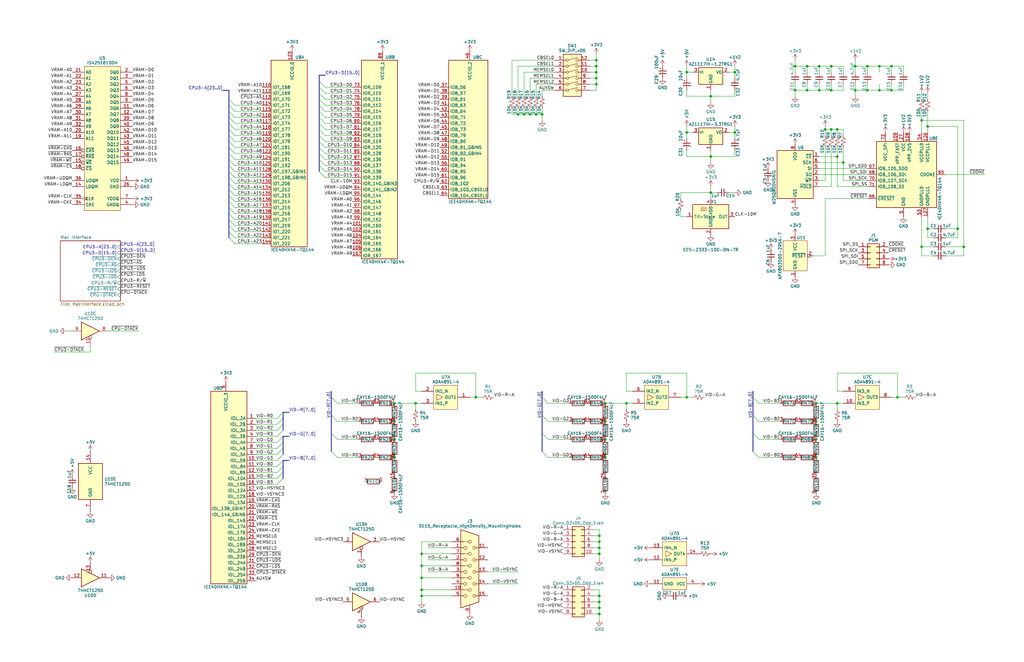
<source format=kicad_sch>
(kicad_sch (version 20230121) (generator eeschema)
  (paper "B")
  (title_block (title "SE-VGA") (date "2023-06-26") (rev "R3") (company "techav"))
  (junction (at 255.27 170.18))
  (junction (at 360.68 27.94))
  (junction (at 177.8 243.84))
  (junction (at 406.4 104.14))
  (junction (at 350.52 27.94))
  (junction (at 289.56 167.64))
  (junction (at 347.98 54.61))
  (junction (at 391.16 96.52))
  (junction (at 370.84 27.94))
  (junction (at 200.66 167.64))
  (junction (at 309.88 55.88))
  (junction (at 255.27 177.8))
  (junction (at 177.8 238.76))
  (junction (at 355.6 68.58))
  (junction (at 335.28 27.94))
  (junction (at 177.8 251.46))
  (junction (at 391.16 53.34))
  (junction (at 223.52 48.26))
  (junction (at 251.46 27.94))
  (junction (at 220.98 48.26))
  (junction (at 166.37 185.42))
  (junction (at 252.73 226.06))
  (junction (at 255.27 193.04))
  (junction (at 365.76 27.94))
  (junction (at 299.72 40.64))
  (junction (at 360.68 38.1))
  (junction (at 252.73 251.46))
  (junction (at 251.46 35.56))
  (junction (at 344.17 193.04))
  (junction (at 252.73 256.54))
  (junction (at 251.46 30.48))
  (junction (at 365.76 38.1))
  (junction (at 345.44 38.1))
  (junction (at 264.16 170.18))
  (junction (at 350.52 38.1))
  (junction (at 252.73 254))
  (junction (at 251.46 33.02))
  (junction (at 289.56 55.88))
  (junction (at 353.06 170.18))
  (junction (at 226.06 48.26))
  (junction (at 299.72 81.28))
  (junction (at 166.37 177.8))
  (junction (at 344.17 170.18))
  (junction (at 251.46 25.4))
  (junction (at 388.62 104.14))
  (junction (at 344.17 177.8))
  (junction (at 353.06 54.61))
  (junction (at 344.17 185.42))
  (junction (at 340.36 27.94))
  (junction (at 252.73 259.08))
  (junction (at 370.84 38.1))
  (junction (at 375.92 38.1))
  (junction (at 403.86 96.52))
  (junction (at 345.44 27.94))
  (junction (at 177.8 233.68))
  (junction (at 378.46 167.64))
  (junction (at 375.92 27.94))
  (junction (at 252.73 233.68))
  (junction (at 289.56 30.48))
  (junction (at 177.8 248.92))
  (junction (at 218.44 48.26))
  (junction (at 340.36 38.1))
  (junction (at 335.28 38.1))
  (junction (at 255.27 185.42))
  (junction (at 309.88 30.48))
  (junction (at 175.26 170.18))
  (junction (at 353.06 66.04))
  (junction (at 388.62 50.8))
  (junction (at 252.73 231.14))
  (junction (at 252.73 228.6))
  (junction (at 228.6 48.26))
  (junction (at 166.37 193.04))
  (junction (at 166.37 170.18))
  (junction (at 299.72 66.04))
  (junction (at 350.52 54.61))
  (bus_entry (at 139.7 175.26) (size 2.54 2.54))
  (bus_entry (at 317.5 190.5) (size 2.54 2.54))
  (bus_entry (at 134.62 54.61) (size 2.54 2.54))
  (bus_entry (at 134.62 52.07) (size 2.54 2.54))
  (bus_entry (at 96.52 100.33) (size 2.54 2.54))
  (bus_entry (at 96.52 41.91) (size 2.54 2.54))
  (bus_entry (at 96.52 90.17) (size 2.54 2.54))
  (bus_entry (at 139.7 190.5) (size 2.54 2.54))
  (bus_entry (at 119.38 173.99) (size -2.54 2.54))
  (bus_entry (at 119.38 191.77) (size -2.54 2.54))
  (bus_entry (at 119.38 181.61) (size -2.54 2.54))
  (bus_entry (at 134.62 64.77) (size 2.54 2.54))
  (bus_entry (at 134.62 41.91) (size 2.54 2.54))
  (bus_entry (at 119.38 199.39) (size -2.54 2.54))
  (bus_entry (at 96.52 54.61) (size 2.54 2.54))
  (bus_entry (at 96.52 95.25) (size 2.54 2.54))
  (bus_entry (at 317.5 175.26) (size 2.54 2.54))
  (bus_entry (at 134.62 57.15) (size 2.54 2.54))
  (bus_entry (at 317.5 182.88) (size 2.54 2.54))
  (bus_entry (at 134.62 69.85) (size 2.54 2.54))
  (bus_entry (at 96.52 64.77) (size 2.54 2.54))
  (bus_entry (at 96.52 46.99) (size 2.54 2.54))
  (bus_entry (at 119.38 194.31) (size -2.54 2.54))
  (bus_entry (at 96.52 80.01) (size 2.54 2.54))
  (bus_entry (at 96.52 82.55) (size 2.54 2.54))
  (bus_entry (at 317.5 167.64) (size 2.54 2.54))
  (bus_entry (at 134.62 72.39) (size 2.54 2.54))
  (bus_entry (at 134.62 46.99) (size 2.54 2.54))
  (bus_entry (at 134.62 39.37) (size 2.54 2.54))
  (bus_entry (at 96.52 44.45) (size 2.54 2.54))
  (bus_entry (at 96.52 52.07) (size 2.54 2.54))
  (bus_entry (at 96.52 57.15) (size 2.54 2.54))
  (bus_entry (at 134.62 44.45) (size 2.54 2.54))
  (bus_entry (at 119.38 176.53) (size -2.54 2.54))
  (bus_entry (at 96.52 72.39) (size 2.54 2.54))
  (bus_entry (at 139.7 182.88) (size 2.54 2.54))
  (bus_entry (at 134.62 59.69) (size 2.54 2.54))
  (bus_entry (at 96.52 97.79) (size 2.54 2.54))
  (bus_entry (at 119.38 201.93) (size -2.54 2.54))
  (bus_entry (at 96.52 67.31) (size 2.54 2.54))
  (bus_entry (at 119.38 184.15) (size -2.54 2.54))
  (bus_entry (at 134.62 49.53) (size 2.54 2.54))
  (bus_entry (at 228.6 167.64) (size 2.54 2.54))
  (bus_entry (at 134.62 67.31) (size 2.54 2.54))
  (bus_entry (at 119.38 189.23) (size -2.54 2.54))
  (bus_entry (at 96.52 87.63) (size 2.54 2.54))
  (bus_entry (at 139.7 167.64) (size 2.54 2.54))
  (bus_entry (at 228.6 190.5) (size 2.54 2.54))
  (bus_entry (at 134.62 36.83) (size 2.54 2.54))
  (bus_entry (at 228.6 175.26) (size 2.54 2.54))
  (bus_entry (at 119.38 179.07) (size -2.54 2.54))
  (bus_entry (at 96.52 49.53) (size 2.54 2.54))
  (bus_entry (at 96.52 92.71) (size 2.54 2.54))
  (bus_entry (at 96.52 69.85) (size 2.54 2.54))
  (bus_entry (at 96.52 59.69) (size 2.54 2.54))
  (bus_entry (at 96.52 74.93) (size 2.54 2.54))
  (bus_entry (at 134.62 62.23) (size 2.54 2.54))
  (bus_entry (at 119.38 196.85) (size -2.54 2.54))
  (bus_entry (at 134.62 34.29) (size 2.54 2.54))
  (bus_entry (at 96.52 62.23) (size 2.54 2.54))
  (bus_entry (at 119.38 186.69) (size -2.54 2.54))
  (bus_entry (at 228.6 182.88) (size 2.54 2.54))
  (bus_entry (at 96.52 85.09) (size 2.54 2.54))
  (bus_entry (at 96.52 77.47) (size 2.54 2.54))
  (wire (pts (xy 381 35.56) (xy 381 38.1)))
  (wire (pts (xy 107.95 194.31) (xy 116.84 194.31)))
  (bus (pts (xy 134.62 31.75) (xy 134.62 34.29)))
  (wire (pts (xy 335.28 25.4) (xy 335.28 27.94)))
  (wire (pts (xy 223.52 33.02) (xy 223.52 40.64)))
  (wire (pts (xy 388.62 50.8) (xy 406.4 50.8)))
  (wire (pts (xy 264.16 157.48) (xy 289.56 157.48)))
  (wire (pts (xy 215.9 25.4) (xy 215.9 40.64)))
  (wire (pts (xy 99.06 102.87) (xy 110.49 102.87)))
  (wire (pts (xy 99.06 77.47) (xy 110.49 77.47)))
  (wire (pts (xy 365.76 78.74) (xy 353.06 78.74)))
  (wire (pts (xy 378.46 167.64) (xy 375.92 167.64)))
  (bus (pts (xy 96.52 92.71) (xy 96.52 90.17)))
  (wire (pts (xy 406.4 107.95) (xy 406.4 104.14)))
  (wire (pts (xy 177.8 238.76) (xy 190.5 238.76)))
  (wire (pts (xy 252.73 259.08) (xy 252.73 261.62)))
  (wire (pts (xy 223.52 45.72) (xy 223.52 48.26)))
  (wire (pts (xy 398.78 96.52) (xy 403.86 96.52)))
  (wire (pts (xy 251.46 25.4) (xy 251.46 22.86)))
  (wire (pts (xy 198.12 167.64) (xy 200.66 167.64)))
  (bus (pts (xy 96.52 74.93) (xy 96.52 72.39)))
  (wire (pts (xy 240.03 170.18) (xy 231.14 170.18)))
  (bus (pts (xy 96.52 80.01) (xy 96.52 77.47)))
  (wire (pts (xy 177.8 228.6) (xy 177.8 233.68)))
  (wire (pts (xy 350.52 38.1) (xy 345.44 38.1)))
  (wire (pts (xy 287.02 83.82) (xy 287.02 81.28)))
  (wire (pts (xy 99.06 80.01) (xy 110.49 80.01)))
  (wire (pts (xy 299.72 38.1) (xy 299.72 40.64)))
  (wire (pts (xy 335.28 27.94) (xy 335.28 30.48)))
  (wire (pts (xy 345.44 73.66) (xy 365.76 73.66)))
  (wire (pts (xy 233.68 35.56) (xy 226.06 35.56)))
  (bus (pts (xy 134.62 44.45) (xy 134.62 46.99)))
  (wire (pts (xy 347.98 53.34) (xy 347.98 54.61)))
  (wire (pts (xy 299.72 81.28) (xy 302.26 81.28)))
  (wire (pts (xy 137.16 74.93) (xy 148.59 74.93)))
  (bus (pts (xy 121.92 194.31) (xy 119.38 194.31)))
  (wire (pts (xy 353.06 66.04) (xy 345.44 66.04)))
  (wire (pts (xy 365.76 27.94) (xy 360.68 27.94)))
  (wire (pts (xy 289.56 66.04) (xy 299.72 66.04)))
  (bus (pts (xy 96.52 38.1) (xy 96.52 41.91)))
  (wire (pts (xy 200.66 167.64) (xy 200.66 157.48)))
  (bus (pts (xy 119.38 176.53) (xy 119.38 173.99)))
  (wire (pts (xy 350.52 78.74) (xy 350.52 62.23)))
  (wire (pts (xy 137.16 69.85) (xy 148.59 69.85)))
  (wire (pts (xy 177.8 238.76) (xy 177.8 243.84)))
  (wire (pts (xy 252.73 251.46) (xy 252.73 254)))
  (wire (pts (xy 99.06 87.63) (xy 110.49 87.63)))
  (wire (pts (xy 289.56 38.1) (xy 289.56 40.64)))
  (wire (pts (xy 289.56 55.88) (xy 289.56 58.42)))
  (wire (pts (xy 38.1 146.05) (xy 38.1 148.59)))
  (wire (pts (xy 255.27 170.18) (xy 264.16 170.18)))
  (wire (pts (xy 137.16 62.23) (xy 148.59 62.23)))
  (wire (pts (xy 353.06 78.74) (xy 353.06 66.04)))
  (wire (pts (xy 99.06 85.09) (xy 110.49 85.09)))
  (wire (pts (xy 250.19 248.92) (xy 252.73 248.92)))
  (wire (pts (xy 251.46 38.1) (xy 251.46 35.56)))
  (wire (pts (xy 299.72 66.04) (xy 299.72 68.58)))
  (wire (pts (xy 137.16 39.37) (xy 148.59 39.37)))
  (wire (pts (xy 340.36 38.1) (xy 335.28 38.1)))
  (wire (pts (xy 137.16 67.31) (xy 148.59 67.31)))
  (wire (pts (xy 365.76 30.48) (xy 365.76 27.94)))
  (wire (pts (xy 345.44 76.2) (xy 347.98 76.2)))
  (wire (pts (xy 355.6 165.1) (xy 353.06 165.1)))
  (wire (pts (xy 355.6 38.1) (xy 350.52 38.1)))
  (wire (pts (xy 289.56 27.94) (xy 289.56 30.48)))
  (bus (pts (xy 96.52 54.61) (xy 96.52 52.07)))
  (bus (pts (xy 96.52 62.23) (xy 96.52 59.69)))
  (wire (pts (xy 299.72 63.5) (xy 299.72 66.04)))
  (wire (pts (xy 250.19 251.46) (xy 252.73 251.46)))
  (wire (pts (xy 220.98 48.26) (xy 223.52 48.26)))
  (wire (pts (xy 250.19 228.6) (xy 252.73 228.6)))
  (wire (pts (xy 99.06 72.39) (xy 110.49 72.39)))
  (wire (pts (xy 299.72 81.28) (xy 299.72 83.82)))
  (wire (pts (xy 365.76 27.94) (xy 370.84 27.94)))
  (wire (pts (xy 252.73 226.06) (xy 252.73 228.6)))
  (wire (pts (xy 248.92 35.56) (xy 251.46 35.56)))
  (bus (pts (xy 228.6 165.1) (xy 228.6 167.64)))
  (wire (pts (xy 151.13 185.42) (xy 142.24 185.42)))
  (wire (pts (xy 391.16 53.34) (xy 403.86 53.34)))
  (wire (pts (xy 350.52 57.15) (xy 350.52 54.61)))
  (wire (pts (xy 299.72 78.74) (xy 299.72 81.28)))
  (wire (pts (xy 226.06 48.26) (xy 228.6 48.26)))
  (wire (pts (xy 264.16 165.1) (xy 264.16 157.48)))
  (wire (pts (xy 99.06 49.53) (xy 110.49 49.53)))
  (wire (pts (xy 251.46 30.48) (xy 251.46 27.94)))
  (bus (pts (xy 134.62 69.85) (xy 134.62 72.39)))
  (bus (pts (xy 134.62 46.99) (xy 134.62 49.53)))
  (wire (pts (xy 137.16 57.15) (xy 148.59 57.15)))
  (wire (pts (xy 107.95 191.77) (xy 116.84 191.77)))
  (wire (pts (xy 360.68 38.1) (xy 360.68 35.56)))
  (wire (pts (xy 252.73 256.54) (xy 252.73 259.08)))
  (wire (pts (xy 240.03 185.42) (xy 231.14 185.42)))
  (bus (pts (xy 96.52 64.77) (xy 96.52 62.23)))
  (wire (pts (xy 252.73 248.92) (xy 252.73 251.46)))
  (bus (pts (xy 119.38 173.99) (xy 121.92 173.99)))
  (wire (pts (xy 347.98 83.82) (xy 365.76 83.82)))
  (wire (pts (xy 360.68 27.94) (xy 360.68 30.48)))
  (wire (pts (xy 340.36 27.94) (xy 335.28 27.94)))
  (bus (pts (xy 119.38 199.39) (xy 119.38 201.93)))
  (wire (pts (xy 353.06 57.15) (xy 353.06 54.61)))
  (bus (pts (xy 134.62 62.23) (xy 134.62 64.77)))
  (wire (pts (xy 266.7 170.18) (xy 264.16 170.18)))
  (wire (pts (xy 391.16 39.37) (xy 391.16 41.91)))
  (wire (pts (xy 289.56 40.64) (xy 299.72 40.64)))
  (wire (pts (xy 248.92 38.1) (xy 251.46 38.1)))
  (wire (pts (xy 190.5 248.92) (xy 177.8 248.92)))
  (wire (pts (xy 240.03 193.04) (xy 231.14 193.04)))
  (bus (pts (xy 96.52 87.63) (xy 96.52 85.09)))
  (bus (pts (xy 139.7 165.1) (xy 139.7 167.64)))
  (wire (pts (xy 350.52 54.61) (xy 347.98 54.61)))
  (wire (pts (xy 137.16 41.91) (xy 148.59 41.91)))
  (wire (pts (xy 388.62 91.44) (xy 388.62 104.14)))
  (wire (pts (xy 309.88 55.88) (xy 309.88 53.34)))
  (wire (pts (xy 398.78 104.14) (xy 406.4 104.14)))
  (bus (pts (xy 317.5 167.64) (xy 317.5 175.26)))
  (wire (pts (xy 107.95 196.85) (xy 116.84 196.85)))
  (wire (pts (xy 228.6 38.1) (xy 228.6 40.64)))
  (wire (pts (xy 398.78 73.66) (xy 415.29 73.66)))
  (wire (pts (xy 355.6 76.2) (xy 365.76 76.2)))
  (wire (pts (xy 250.19 259.08) (xy 252.73 259.08)))
  (wire (pts (xy 353.06 170.18) (xy 353.06 172.72)))
  (bus (pts (xy 134.62 36.83) (xy 134.62 39.37)))
  (wire (pts (xy 309.88 40.64) (xy 309.88 38.1)))
  (bus (pts (xy 96.52 59.69) (xy 96.52 57.15)))
  (bus (pts (xy 96.52 85.09) (xy 96.52 82.55)))
  (wire (pts (xy 340.36 30.48) (xy 340.36 27.94)))
  (wire (pts (xy 177.8 251.46) (xy 177.8 254)))
  (wire (pts (xy 375.92 38.1) (xy 370.84 38.1)))
  (bus (pts (xy 134.62 41.91) (xy 134.62 44.45)))
  (wire (pts (xy 233.68 38.1) (xy 228.6 38.1)))
  (bus (pts (xy 317.5 165.1) (xy 317.5 167.64)))
  (wire (pts (xy 250.19 254) (xy 252.73 254)))
  (wire (pts (xy 370.84 27.94) (xy 375.92 27.94)))
  (wire (pts (xy 289.56 91.44) (xy 287.02 91.44)))
  (wire (pts (xy 190.5 228.6) (xy 177.8 228.6)))
  (wire (pts (xy 228.6 48.26) (xy 228.6 50.8)))
  (wire (pts (xy 99.06 46.99) (xy 110.49 46.99)))
  (wire (pts (xy 388.62 39.37) (xy 388.62 41.91)))
  (wire (pts (xy 388.62 50.8) (xy 388.62 55.88)))
  (wire (pts (xy 99.06 62.23) (xy 110.49 62.23)))
  (wire (pts (xy 388.62 104.14) (xy 393.7 104.14)))
  (wire (pts (xy 99.06 69.85) (xy 110.49 69.85)))
  (bus (pts (xy 134.62 49.53) (xy 134.62 52.07)))
  (wire (pts (xy 355.6 57.15) (xy 355.6 54.61)))
  (wire (pts (xy 250.19 223.52) (xy 252.73 223.52)))
  (wire (pts (xy 177.8 233.68) (xy 177.8 238.76)))
  (wire (pts (xy 403.86 96.52) (xy 403.86 53.34)))
  (wire (pts (xy 233.68 33.02) (xy 223.52 33.02)))
  (wire (pts (xy 226.06 45.72) (xy 226.06 48.26)))
  (wire (pts (xy 166.37 170.18) (xy 175.26 170.18)))
  (bus (pts (xy 96.52 69.85) (xy 96.52 67.31)))
  (wire (pts (xy 388.62 104.14) (xy 388.62 107.95)))
  (wire (pts (xy 228.6 45.72) (xy 228.6 48.26)))
  (wire (pts (xy 370.84 27.94) (xy 370.84 30.48)))
  (wire (pts (xy 289.56 30.48) (xy 289.56 33.02)))
  (wire (pts (xy 200.66 167.64) (xy 203.2 167.64)))
  (wire (pts (xy 355.6 54.61) (xy 353.06 54.61)))
  (wire (pts (xy 240.03 177.8) (xy 231.14 177.8)))
  (wire (pts (xy 353.06 62.23) (xy 353.06 66.04)))
  (wire (pts (xy 177.8 233.68) (xy 190.5 233.68)))
  (wire (pts (xy 344.17 170.18) (xy 353.06 170.18)))
  (wire (pts (xy 107.95 204.47) (xy 116.84 204.47)))
  (wire (pts (xy 355.6 27.94) (xy 355.6 30.48)))
  (bus (pts (xy 119.38 179.07) (xy 119.38 176.53)))
  (wire (pts (xy 205.74 246.38) (xy 218.44 246.38)))
  (wire (pts (xy 328.93 177.8) (xy 320.04 177.8)))
  (wire (pts (xy 200.66 157.48) (xy 175.26 157.48)))
  (wire (pts (xy 251.46 27.94) (xy 251.46 25.4)))
  (wire (pts (xy 99.06 74.93) (xy 110.49 74.93)))
  (wire (pts (xy 289.56 63.5) (xy 289.56 66.04)))
  (wire (pts (xy 137.16 44.45) (xy 148.59 44.45)))
  (wire (pts (xy 289.56 30.48) (xy 292.1 30.48)))
  (wire (pts (xy 248.92 27.94) (xy 251.46 27.94)))
  (wire (pts (xy 406.4 104.14) (xy 406.4 50.8)))
  (wire (pts (xy 365.76 35.56) (xy 365.76 38.1)))
  (wire (pts (xy 251.46 35.56) (xy 251.46 33.02)))
  (bus (pts (xy 317.5 175.26) (xy 317.5 182.88)))
  (wire (pts (xy 340.36 27.94) (xy 345.44 27.94)))
  (wire (pts (xy 233.68 25.4) (xy 215.9 25.4)))
  (wire (pts (xy 381 38.1) (xy 375.92 38.1)))
  (wire (pts (xy 355.6 68.58) (xy 355.6 76.2)))
  (bus (pts (xy 139.7 182.88) (xy 139.7 190.5)))
  (wire (pts (xy 226.06 35.56) (xy 226.06 40.64)))
  (bus (pts (xy 137.16 31.75) (xy 134.62 31.75)))
  (bus (pts (xy 96.52 90.17) (xy 96.52 87.63)))
  (wire (pts (xy 252.73 233.68) (xy 252.73 236.22)))
  (wire (pts (xy 355.6 62.23) (xy 355.6 68.58)))
  (wire (pts (xy 99.06 67.31) (xy 110.49 67.31)))
  (bus (pts (xy 96.52 57.15) (xy 96.52 54.61)))
  (wire (pts (xy 360.68 25.4) (xy 360.68 27.94)))
  (wire (pts (xy 252.73 228.6) (xy 252.73 231.14)))
  (wire (pts (xy 355.6 35.56) (xy 355.6 38.1)))
  (wire (pts (xy 355.6 170.18) (xy 353.06 170.18)))
  (wire (pts (xy 58.42 139.7) (xy 45.72 139.7)))
  (wire (pts (xy 137.16 49.53) (xy 148.59 49.53)))
  (wire (pts (xy 107.95 176.53) (xy 116.84 176.53)))
  (wire (pts (xy 353.06 165.1) (xy 353.06 157.48)))
  (bus (pts (xy 96.52 44.45) (xy 96.52 41.91)))
  (wire (pts (xy 335.28 40.64) (xy 335.28 38.1)))
  (wire (pts (xy 99.06 100.33) (xy 110.49 100.33)))
  (wire (pts (xy 328.93 170.18) (xy 320.04 170.18)))
  (wire (pts (xy 289.56 167.64) (xy 292.1 167.64)))
  (bus (pts (xy 134.62 39.37) (xy 134.62 41.91)))
  (bus (pts (xy 96.52 72.39) (xy 96.52 69.85)))
  (wire (pts (xy 345.44 27.94) (xy 345.44 30.48)))
  (wire (pts (xy 289.56 157.48) (xy 289.56 167.64)))
  (wire (pts (xy 353.06 157.48) (xy 378.46 157.48)))
  (wire (pts (xy 177.8 248.92) (xy 177.8 251.46)))
  (wire (pts (xy 345.44 78.74) (xy 350.52 78.74)))
  (wire (pts (xy 151.13 177.8) (xy 142.24 177.8)))
  (wire (pts (xy 99.06 64.77) (xy 110.49 64.77)))
  (wire (pts (xy 107.95 184.15) (xy 116.84 184.15)))
  (wire (pts (xy 218.44 45.72) (xy 218.44 48.26)))
  (wire (pts (xy 250.19 256.54) (xy 252.73 256.54)))
  (wire (pts (xy 107.95 199.39) (xy 116.84 199.39)))
  (wire (pts (xy 375.92 27.94) (xy 375.92 30.48)))
  (wire (pts (xy 137.16 64.77) (xy 148.59 64.77)))
  (wire (pts (xy 347.98 54.61) (xy 347.98 57.15)))
  (wire (pts (xy 328.93 185.42) (xy 320.04 185.42)))
  (bus (pts (xy 317.5 182.88) (xy 317.5 190.5)))
  (wire (pts (xy 393.7 107.95) (xy 388.62 107.95)))
  (bus (pts (xy 228.6 182.88) (xy 228.6 190.5)))
  (bus (pts (xy 134.62 54.61) (xy 134.62 57.15)))
  (wire (pts (xy 309.88 55.88) (xy 309.88 58.42)))
  (wire (pts (xy 99.06 54.61) (xy 110.49 54.61)))
  (wire (pts (xy 180.34 231.14) (xy 190.5 231.14)))
  (bus (pts (xy 139.7 167.64) (xy 139.7 175.26)))
  (wire (pts (xy 250.19 233.68) (xy 252.73 233.68)))
  (wire (pts (xy 99.06 57.15) (xy 110.49 57.15)))
  (wire (pts (xy 107.95 186.69) (xy 116.84 186.69)))
  (bus (pts (xy 93.98 38.1) (xy 96.52 38.1)))
  (bus (pts (xy 134.62 52.07) (xy 134.62 54.61)))
  (wire (pts (xy 22.86 148.59) (xy 38.1 148.59)))
  (bus (pts (xy 119.38 184.15) (xy 119.38 186.69)))
  (wire (pts (xy 233.68 27.94) (xy 218.44 27.94)))
  (bus (pts (xy 96.52 77.47) (xy 96.52 74.93)))
  (wire (pts (xy 398.78 107.95) (xy 406.4 107.95)))
  (wire (pts (xy 289.56 167.64) (xy 287.02 167.64)))
  (wire (pts (xy 151.13 170.18) (xy 142.24 170.18)))
  (wire (pts (xy 287.02 81.28) (xy 299.72 81.28)))
  (wire (pts (xy 252.73 223.52) (xy 252.73 226.06)))
  (wire (pts (xy 248.92 30.48) (xy 251.46 30.48)))
  (wire (pts (xy 340.36 35.56) (xy 340.36 38.1)))
  (wire (pts (xy 378.46 167.64) (xy 381 167.64)))
  (wire (pts (xy 391.16 53.34) (xy 391.16 55.88)))
  (wire (pts (xy 137.16 36.83) (xy 148.59 36.83)))
  (wire (pts (xy 99.06 82.55) (xy 110.49 82.55)))
  (bus (pts (xy 96.52 100.33) (xy 96.52 97.79)))
  (wire (pts (xy 137.16 59.69) (xy 148.59 59.69)))
  (wire (pts (xy 307.34 55.88) (xy 309.88 55.88)))
  (wire (pts (xy 299.72 40.64) (xy 299.72 43.18)))
  (wire (pts (xy 99.06 90.17) (xy 110.49 90.17)))
  (wire (pts (xy 388.62 46.99) (xy 388.62 50.8)))
  (wire (pts (xy 309.88 63.5) (xy 309.88 66.04)))
  (wire (pts (xy 175.26 157.48) (xy 175.26 165.1)))
  (wire (pts (xy 99.06 97.79) (xy 110.49 97.79)))
  (wire (pts (xy 350.52 27.94) (xy 350.52 30.48)))
  (bus (pts (xy 96.52 82.55) (xy 96.52 80.01)))
  (wire (pts (xy 220.98 30.48) (xy 220.98 40.64)))
  (wire (pts (xy 215.9 48.26) (xy 218.44 48.26)))
  (wire (pts (xy 328.93 193.04) (xy 320.04 193.04)))
  (wire (pts (xy 266.7 165.1) (xy 264.16 165.1)))
  (wire (pts (xy 205.74 241.3) (xy 218.44 241.3)))
  (wire (pts (xy 345.44 35.56) (xy 345.44 38.1)))
  (wire (pts (xy 177.8 170.18) (xy 175.26 170.18)))
  (wire (pts (xy 248.92 33.02) (xy 251.46 33.02)))
  (wire (pts (xy 137.16 52.07) (xy 148.59 52.07)))
  (wire (pts (xy 378.46 157.48) (xy 378.46 167.64)))
  (wire (pts (xy 347.98 76.2) (xy 347.98 62.23)))
  (bus (pts (xy 96.52 52.07) (xy 96.52 49.53)))
  (wire (pts (xy 137.16 46.99) (xy 148.59 46.99)))
  (wire (pts (xy 99.06 59.69) (xy 110.49 59.69)))
  (wire (pts (xy 365.76 38.1) (xy 360.68 38.1)))
  (wire (pts (xy 180.34 241.3) (xy 190.5 241.3)))
  (wire (pts (xy 289.56 55.88) (xy 289.56 53.34)))
  (wire (pts (xy 391.16 96.52) (xy 393.7 96.52)))
  (wire (pts (xy 393.7 100.33) (xy 391.16 100.33)))
  (wire (pts (xy 342.9 107.95) (xy 347.98 107.95)))
  (bus (pts (xy 134.62 34.29) (xy 134.62 36.83)))
  (wire (pts (xy 381 27.94) (xy 381 30.48)))
  (wire (pts (xy 180.34 236.22) (xy 190.5 236.22)))
  (wire (pts (xy 375.92 35.56) (xy 375.92 38.1)))
  (wire (pts (xy 223.52 48.26) (xy 226.06 48.26)))
  (bus (pts (xy 228.6 167.64) (xy 228.6 175.26)))
  (wire (pts (xy 370.84 35.56) (xy 370.84 38.1)))
  (wire (pts (xy 264.16 170.18) (xy 264.16 172.72)))
  (wire (pts (xy 177.8 243.84) (xy 190.5 243.84)))
  (wire (pts (xy 190.5 251.46) (xy 177.8 251.46)))
  (wire (pts (xy 177.8 243.84) (xy 177.8 248.92)))
  (bus (pts (xy 119.38 186.69) (xy 119.38 189.23)))
  (wire (pts (xy 391.16 91.44) (xy 391.16 96.52)))
  (wire (pts (xy 137.16 72.39) (xy 148.59 72.39)))
  (wire (pts (xy 309.88 30.48) (xy 309.88 33.02)))
  (wire (pts (xy 175.26 170.18) (xy 175.26 172.72)))
  (wire (pts (xy 107.95 179.07) (xy 116.84 179.07)))
  (wire (pts (xy 27.94 139.7) (xy 30.48 139.7)))
  (wire (pts (xy 99.06 95.25) (xy 110.49 95.25)))
  (wire (pts (xy 292.1 55.88) (xy 289.56 55.88)))
  (wire (pts (xy 309.88 66.04) (xy 299.72 66.04)))
  (wire (pts (xy 307.34 30.48) (xy 309.88 30.48)))
  (wire (pts (xy 360.68 40.64) (xy 360.68 38.1)))
  (wire (pts (xy 250.19 226.06) (xy 252.73 226.06)))
  (wire (pts (xy 137.16 54.61) (xy 148.59 54.61)))
  (wire (pts (xy 299.72 40.64) (xy 309.88 40.64)))
  (wire (pts (xy 215.9 45.72) (xy 215.9 48.26)))
  (wire (pts (xy 218.44 27.94) (xy 218.44 40.64)))
  (wire (pts (xy 345.44 38.1) (xy 340.36 38.1)))
  (wire (pts (xy 218.44 48.26) (xy 220.98 48.26)))
  (wire (pts (xy 345.44 71.12) (xy 365.76 71.12)))
  (wire (pts (xy 391.16 96.52) (xy 391.16 100.33)))
  (bus (pts (xy 134.62 59.69) (xy 134.62 62.23)))
  (wire (pts (xy 287.02 91.44) (xy 287.02 88.9)))
  (wire (pts (xy 107.95 181.61) (xy 116.84 181.61)))
  (wire (pts (xy 251.46 33.02) (xy 251.46 30.48)))
  (wire (pts (xy 375.92 27.94) (xy 381 27.94)))
  (wire (pts (xy 248.92 25.4) (xy 251.46 25.4)))
  (wire (pts (xy 350.52 27.94) (xy 355.6 27.94)))
  (bus (pts (xy 96.52 97.79) (xy 96.52 95.25)))
  (wire (pts (xy 107.95 201.93) (xy 116.84 201.93)))
  (bus (pts (xy 139.7 175.26) (xy 139.7 182.88)))
  (bus (pts (xy 228.6 175.26) (xy 228.6 182.88)))
  (wire (pts (xy 391.16 46.99) (xy 391.16 53.34)))
  (wire (pts (xy 175.26 165.1) (xy 177.8 165.1)))
  (wire (pts (xy 99.06 44.45) (xy 110.49 44.45)))
  (bus (pts (xy 119.38 194.31) (xy 119.38 196.85)))
  (wire (pts (xy 370.84 38.1) (xy 365.76 38.1)))
  (bus (pts (xy 134.62 57.15) (xy 134.62 59.69)))
  (wire (pts (xy 309.88 81.28) (xy 307.34 81.28)))
  (wire (pts (xy 99.06 92.71) (xy 110.49 92.71)))
  (bus (pts (xy 119.38 196.85) (xy 119.38 199.39)))
  (wire (pts (xy 250.19 231.14) (xy 252.73 231.14)))
  (wire (pts (xy 335.28 38.1) (xy 335.28 35.56)))
  (wire (pts (xy 151.13 193.04) (xy 142.24 193.04)))
  (bus (pts (xy 134.62 64.77) (xy 134.62 67.31)))
  (wire (pts (xy 220.98 45.72) (xy 220.98 48.26)))
  (wire (pts (xy 345.44 68.58) (xy 355.6 68.58)))
  (bus (pts (xy 96.52 67.31) (xy 96.52 64.77)))
  (wire (pts (xy 350.52 35.56) (xy 350.52 38.1)))
  (wire (pts (xy 398.78 100.33) (xy 403.86 100.33)))
  (wire (pts (xy 107.95 189.23) (xy 116.84 189.23)))
  (wire (pts (xy 347.98 107.95) (xy 347.98 83.82)))
  (wire (pts (xy 345.44 27.94) (xy 350.52 27.94)))
  (bus (pts (xy 96.52 46.99) (xy 96.52 44.45)))
  (wire (pts (xy 233.68 30.48) (xy 220.98 30.48)))
  (bus (pts (xy 119.38 189.23) (xy 119.38 191.77)))
  (bus (pts (xy 121.92 184.15) (xy 119.38 184.15)))
  (bus (pts (xy 134.62 67.31) (xy 134.62 69.85)))
  (wire (pts (xy 252.73 231.14) (xy 252.73 233.68)))
  (bus (pts (xy 96.52 49.53) (xy 96.52 46.99)))
  (wire (pts (xy 252.73 254) (xy 252.73 256.54)))
  (bus (pts (xy 96.52 95.25) (xy 96.52 92.71)))
  (wire (pts (xy 99.06 52.07) (xy 110.49 52.07)))
  (wire (pts (xy 353.06 54.61) (xy 350.52 54.61)))
  (wire (pts (xy 309.88 27.94) (xy 309.88 30.48)))
  (bus (pts (xy 119.38 181.61) (xy 119.38 179.07)))
  (wire (pts (xy 403.86 100.33) (xy 403.86 96.52)))
  (label "VID-B0" (at 107.95 196.85 0))
  (label "CPU3-D8" (at 148.59 57.15 180))
  (label "VID-HSYNC" (at 237.49 231.14 180))
  (label "VRAM-A1" (at 30.48 33.02 180))
  (label "VID-G3" (at 107.95 194.31 0))
  (label "VID-G1" (at 107.95 189.23 0))
  (label "VRAM-CKE" (at 30.48 86.36 180))
  (label "VRAM-A11" (at 30.48 58.42 180))
  (label "VRAM-D10" (at 185.42 62.23 180))
  (label "VID-B-A" (at 180.34 241.3 0))
  (label "CPU3-D9" (at 148.59 59.69 180))
  (label "VRAM-A0" (at 30.48 30.48 180))
  (label "CPU3-A11" (at 110.49 72.39 180))
  (label "VID-R-A" (at 180.34 231.14 0))
  (label "VRAM-A8" (at 30.48 50.8 180))
  (label "CPU3-A18" (at 110.49 90.17 180))
  (label "AUXSW" (at 107.95 245.11 0))
  (label "CPU3-D[15..0]" (at 137.16 31.75 0))
  (label "VID-R[7..0]" (at 139.7 165.1 270))
  (label "VRAM-D4" (at 185.42 46.99 180))
  (label "VID-HSYNC3" (at 144.78 228.6 180))
  (label "SPI_SDI" (at 365.76 73.66 180))
  (label "MEMSEL0" (at 107.95 227.33 0))
  (label "VRAM-D15" (at 185.42 74.93 180))
  (label "~{CDONE}" (at 374.65 104.14 0))
  (label "~{VRAM-CS}" (at 30.48 71.12 180))
  (label "VID-VSYNC3" (at 107.95 209.55 0))
  (label "CPU3-D11" (at 148.59 64.77 180))
  (label "VRAM-A8" (at 148.59 105.41 180))
  (label "CPU3-A[23..0]" (at 50.8 104.14 0))
  (label "VRAM-LDQM" (at 30.48 78.74 180))
  (label "~{VRAM-RAS}" (at 107.95 214.63 0))
  (label "~{CPU3-AS}" (at 50.8 111.76 0))
  (label "SPI_SCK" (at 361.95 106.68 180))
  (label "VID-B1" (at 328.93 185.42 180))
  (label "CPU3-R{slash}~{W}" (at 50.8 119.38 0))
  (label "VID-B[7..0]" (at 121.92 194.31 0))
  (label "VRAM-D7" (at 185.42 54.61 180))
  (label "~{CRESET}" (at 374.65 106.68 0))
  (label "VID-G2" (at 107.95 191.77 0))
  (label "~{VRAM-CAS}" (at 107.95 212.09 0))
  (label "CPU3-D10" (at 148.59 62.23 180))
  (label "VRAM-D6" (at 55.88 45.72 0))
  (label "VRAM-D3" (at 55.88 38.1 0))
  (label "VID-VSYNC" (at 237.49 259.08 180))
  (label "VRAM-A9" (at 30.48 53.34 180))
  (label "VRAM-D1" (at 55.88 33.02 0))
  (label "VID-R3" (at 107.95 184.15 0))
  (label "VRAM-D2" (at 55.88 35.56 0))
  (label "~{VRAM-CS}" (at 107.95 219.71 0))
  (label "VRAM-D9" (at 185.42 59.69 180))
  (label "SPI_SCK" (at 365.76 76.2 180))
  (label "SPI_SDO" (at 365.76 71.12 180))
  (label "CPU3-D14" (at 148.59 72.39 180))
  (label "VRAM-A0" (at 148.59 85.09 180))
  (label "VRAM-CLK" (at 107.95 222.25 0))
  (label "VID-G0" (at 107.95 186.69 0))
  (label "MEMSEL2" (at 233.68 35.56 180))
  (label "VRAM-D12" (at 55.88 60.96 0))
  (label "CPU3-A3" (at 110.49 52.07 180))
  (label "CPU3-A5" (at 110.49 57.15 180))
  (label "VRAM-D13" (at 55.88 63.5 0))
  (label "CPU3-A22" (at 110.49 100.33 180))
  (label "CPU3-A1" (at 110.49 46.99 180))
  (label "VID-G-A" (at 297.18 167.64 0))
  (label "CPU3-D7" (at 148.59 54.61 180))
  (label "VRAM-A4" (at 30.48 40.64 180))
  (label "VID-B0" (at 328.93 193.04 180))
  (label "VRAM-D0" (at 185.42 36.83 180))
  (label "VRAM-A6" (at 148.59 100.33 180))
  (label "~{CPU3-UDS}" (at 107.95 237.49 0))
  (label "CPU3-A17" (at 110.49 87.63 180))
  (label "VID-B2" (at 328.93 177.8 180))
  (label "VID-VSYNC" (at 237.49 233.68 180))
  (label "CPU3-A6" (at 110.49 59.69 180))
  (label "VRAM-D9" (at 55.88 53.34 0))
  (label "VRAM-D7" (at 55.88 48.26 0))
  (label "VRAM-A1" (at 148.59 87.63 180))
  (label "~{CPU3-DEN}" (at 50.8 109.22 0))
  (label "CPU3-A14" (at 110.49 80.01 180))
  (label "CPU3-A9" (at 110.49 67.31 180))
  (label "CPU3-D5" (at 148.59 49.53 180))
  (label "VRAM-UDQM" (at 148.59 80.01 180))
  (label "CPU3-D2" (at 148.59 41.91 180))
  (label "~{CDONE}" (at 415.29 73.66 180))
  (label "~{VRAM-WE}" (at 30.48 68.58 180))
  (label "VRAM-A3" (at 148.59 92.71 180))
  (label "CPU3-D13" (at 148.59 69.85 180))
  (label "VID-R0" (at 151.13 193.04 180))
  (label "CLK-10M" (at 309.88 91.44 0))
  (label "VRAM-A7" (at 148.59 102.87 180))
  (label "VID-G1" (at 240.03 185.42 180))
  (label "CPU3-A15" (at 110.49 82.55 180))
  (label "VID-G0" (at 240.03 193.04 180))
  (label "VRAM-D2" (at 185.42 41.91 180))
  (label "VRAM-A2" (at 148.59 90.17 180))
  (label "VID-B-A" (at 237.49 254 180))
  (label "VID-R[7..0]" (at 121.92 173.99 0))
  (label "VID-B-A" (at 386.08 167.64 0))
  (label "VID-HSYNC" (at 160.02 228.6 0))
  (label "~{CPU3-DTACK}" (at 22.86 148.59 0))
  (label "VID-R0" (at 107.95 176.53 0))
  (label "VID-B2" (at 107.95 201.93 0))
  (label "VRAM-D3" (at 185.42 44.45 180))
  (label "CPU3-D15" (at 148.59 74.93 180))
  (label "VRAM-D5" (at 55.88 43.18 0))
  (label "VID-B3" (at 107.95 204.47 0))
  (label "VRAM-D1" (at 185.42 39.37 180))
  (label "VRAM-UDQM" (at 30.48 76.2 180))
  (label "VRAM-D5" (at 185.42 49.53 180))
  (label "MEMSEL2" (at 107.95 232.41 0))
  (label "VID-R1" (at 151.13 185.42 180))
  (label "~{CPU3-LDS}" (at 50.8 116.84 0))
  (label "VID-R1" (at 107.95 179.07 0))
  (label "VID-G[7..0]" (at 121.92 184.15 0))
  (label "VRAM-D11" (at 185.42 64.77 180))
  (label "CPU3-A10" (at 110.49 69.85 180))
  (label "VRAM-D8" (at 55.88 50.8 0))
  (label "CPU3-D1" (at 148.59 39.37 180))
  (label "VID-G-A" (at 237.49 226.06 180))
  (label "VRAM-CKE" (at 107.95 224.79 0))
  (label "CPU3-A12" (at 110.49 74.93 180))
  (label "CPU3-A16" (at 110.49 85.09 180))
  (label "SPI_SDO" (at 361.95 111.76 180))
  (label "VRAM-D0" (at 55.88 30.48 0))
  (label "VID-VSYNC" (at 160.02 254 0))
  (label "CBSEL0" (at 233.68 25.4 180))
  (label "~{VRAM-CAS}" (at 30.48 63.5 180))
  (label "VRAM-A11" (at 110.49 39.37 180))
  (label "SPI_SS" (at 361.95 104.14 180))
  (label "~{CPU-DTACK}" (at 58.42 139.7 180))
  (label "CPU3-D4" (at 148.59 46.99 180))
  (label "CLK-10M" (at 148.59 77.47 180))
  (label "VID-R-A" (at 237.49 223.52 180))
  (label "~{CPU3-UDS}" (at 50.8 114.3 0))
  (label "VID-R-A" (at 237.49 248.92 180))
  (label "VRAM-A10" (at 110.49 36.83 180))
  (label "SPI_SDI" (at 361.95 109.22 180))
  (label "VRAM-A5" (at 30.48 43.18 180))
  (label "CPU3-A23" (at 110.49 102.87 180))
  (label "~{CRESET}" (at 365.76 83.82 180))
  (label "VID-G[7..0]" (at 228.6 165.1 270))
  (label "VRAM-A3" (at 30.48 38.1 180))
  (label "CPU3-A2" (at 110.49 49.53 180))
  (label "VRAM-LDQM" (at 148.59 82.55 180))
  (label "VID-B3" (at 328.93 170.18 180))
  (label "VRAM-A10" (at 30.48 55.88 180))
  (label "CPU3-A4" (at 110.49 54.61 180))
  (label "VRAM-D6" (at 185.42 52.07 180))
  (label "VRAM-D14" (at 55.88 66.04 0))
  (label "~{VRAM-WE}" (at 107.95 217.17 0))
  (label "CPU3-A21" (at 110.49 97.79 180))
  (label "AUXSW" (at 233.68 38.1 180))
  (label "CPU3-D[15..0]" (at 50.8 106.68 0))
  (label "VID-R3" (at 151.13 170.18 180))
  (label "VRAM-CLK" (at 30.48 83.82 180))
  (label "CPU3-D3" (at 148.59 44.45 180))
  (label "VRAM-D13" (at 185.42 69.85 180))
  (label "VID-B-A" (at 237.49 228.6 180))
  (label "VID-HSYNC" (at 237.49 256.54 180))
  (label "VID-B1" (at 107.95 199.39 0))
  (label "VID-R2" (at 107.95 181.61 0))
  (label "VRAM-D14" (at 185.42 72.39 180))
  (label "CPU3-R{slash}~{W}" (at 185.42 77.47 180))
  (label "VID-G-A" (at 180.34 236.22 0))
  (label "CPU3-A0" (at 110.49 44.45 180))
  (label "SPI_SS" (at 365.76 78.74 180))
  (label "VID-G3" (at 240.03 170.18 180))
  (label "VID-VSYNC" (at 218.44 246.38 180))
  (label "~{VRAM-RAS}" (at 30.48 66.04 180))
  (label "VID-G-A" (at 237.49 251.46 180))
  (label "VID-HSYNC" (at 218.44 241.3 180))
  (label "VRAM-A6" (at 30.48 45.72 180))
  (label "CPU3-A[23..0]" (at 93.98 38.1 180))
  (label "VRAM-A2" (at 30.48 35.56 180))
  (label "MEMSEL1" (at 107.95 229.87 0))
  (label "VRAM-D11" (at 55.88 58.42 0))
  (label "VID-G2" (at 240.03 177.8 180))
  (label "VID-B[7..0]" (at 317.5 165.1 270))
  (label "VRAM-A5" (at 148.59 97.79 180))
  (label "CBSEL0" (at 185.42 80.01 180))
  (label "~{CPU3-DTACK}" (at 107.95 242.57 0))
  (label "VRAM-D12" (at 185.42 67.31 180))
  (label "CBSEL1" (at 233.68 27.94 180))
  (label "VRAM-A7" (at 30.48 48.26 180))
  (label "CPU3-A20" (at 110.49 95.25 180))
  (label "VRAM-D10" (at 55.88 55.88 0))
  (label "~{CPU3-AS}" (at 110.49 41.91 180))
  (label "CBSEL1" (at 185.42 82.55 180))
  (label "MEMSEL1" (at 233.68 33.02 180))
  (label "VRAM-D8" (at 185.42 57.15 180))
  (label "VRAM-D15" (at 55.88 68.58 0))
  (label "~{CPU-DTACK}" (at 50.8 124.46 0))
  (label "VID-HSYNC3" (at 107.95 207.01 0))
  (label "CPU3-A7" (at 110.49 62.23 180))
  (label "~{CPU3-RESET}" (at 50.8 121.92 0))
  (label "CPU3-A19" (at 110.49 92.71 180))
  (label "VRAM-D4" (at 55.88 40.64 0))
  (label "VRAM-A4" (at 148.59 95.25 180))
  (label "CPU3-D12" (at 148.59 67.31 180))
  (label "VID-VSYNC3" (at 144.78 254 180))
  (label "~{CPU3-LDS}" (at 107.95 240.03 0))
  (label "VID-R2" (at 151.13 177.8 180))
  (label "VRAM-A9" (at 148.59 107.95 180))
  (label "CPU3-A13" (at 110.49 77.47 180))
  (label "CPU3-D6" (at 148.59 52.07 180))
  (label "VID-R-A" (at 208.28 167.64 0))
  (label "~{CPU3-DEN}" (at 107.95 234.95 0))
  (label "MEMSEL0" (at 233.68 30.48 180))
  (label "CPU3-D0" (at 148.59 36.83 180))
  (label "CPU3-A8" (at 110.49 64.77 180))
  (symbol (lib_id "Device:R_Pack04_Split") (at 251.46 170.18 270) (unit 2)
    (property "Reference" "RN4" (at 251.46 170.18 90))
    (property "Value" "CAY16-1500F4LF" (effects hide))
    (property "Footprint" "Resistor_SMD:R_Array_Convex_4x1206" (effects hide))
    (property "Mouser" "CAY16-1500F4LF" (effects hide))
  )
  (symbol (lib_id "Device:R_Pack04_Split") (at 162.56 170.18 270) (unit 2)
    (property "Reference" "RN1" (at 162.56 170.18 90))
    (property "Value" "CAY16-1500F4LF" (effects hide))
    (property "Footprint" "Resistor_SMD:R_Array_Convex_4x1206" (effects hide))
    (property "Mouser" "CAY16-1500F4LF" (effects hide))
  )
  (symbol (lib_id "Device:R_Pack04_Split") (at 255.27 204.47 180) (unit 2)
    (property "Reference" "RN10" (at 255.27 204.47 90))
    (property "Value" "CAY16-1500F4LF" (effects hide))
    (property "Footprint" "Resistor_SMD:R_Array_Convex_4x1206" (effects hide))
    (property "Mouser" "CAY16-1500F4LF" (effects hide))
  )
  (symbol (lib_id "power:+5V") (at 279.4 27.94 0) (unit 1)
    (property "Reference" "#PWR0122" (effects hide))
    (property "Value" "+5V" (at 279.4 24.765 90) (effects (justify left)))
  )
  (symbol (lib_id "power:GND") (at 175.26 177.8 0) (unit 1)
    (property "Reference" "#PWR028" (effects hide))
    (property "Value" "GND" (at 175.26 181.745 0))
  )
  (symbol (lib_id "Device:C_Small") (at 350.52 33.02 0) (mirror x) (unit 1)
    (property "Reference" "C10" (at 349.25 34.29 90) (effects (justify left)))
    (property "Value" "1uF" (at 349.25 31.75 90) (effects (justify right)))
    (property "Footprint" "Capacitor_SMD:C_0805_2012Metric_Pad1.18x1.45mm_HandSolder" (effects hide))
    (property "Mouser" "187-CL21B105KOFNNNF" (effects hide))
  )
  (symbol (lib_id "Device:R_Pack04_Split") (at 251.46 177.8 270) (unit 4)
    (property "Reference" "RN4" (at 251.46 177.8 90))
    (property "Value" "CAY16-1500F4LF" (effects hide))
    (property "Footprint" "Resistor_SMD:R_Array_Convex_4x1206" (effects hide))
    (property "Mouser" "CAY16-1500F4LF" (effects hide))
  )
  (symbol (lib_id "Device:R_Small_US") (at 287.02 86.36 180) (unit 1)
    (property "Reference" "R20" (at 285.75 85.09 90) (effects (justify right)))
    (property "Value" "10K" (at 285.75 91.44 90) (effects (justify right)))
    (property "Footprint" "Resistor_SMD:R_0805_2012Metric_Pad1.20x1.40mm_HandSolder" (effects hide))
    (property "Mouser" "660-RK73B2ATTD103J" (effects hide))
  )
  (symbol (lib_id "SE-VGA:ADA4891-4") (at 365.76 162.56 0) (unit 3)
    (property "Reference" "U7" (at 365.76 159.107 0))
    (property "Value" "ADA4891-4" (at 365.76 161.155 0))
    (property "Footprint" "Package_SO:SOIC-14_3.9x8.7mm_P1.27mm" (effects hide))
    (property "Datasheet" "https://www.mouser.com/datasheet/2/609/ADI-3120900.pdf" (effects hide))
    (property "Mouser" "584-ADA4891-4ARZ" (effects hide))
  )
  (symbol (lib_id "power:GND") (at 45.72 243.84 90) (mirror x) (unit 1)
    (property "Reference" "#PWR0105" (effects hide))
    (property "Value" "GND" (at 48.895 243.84 90) (effects (justify right)))
  )
  (symbol (lib_id "power:+3V3") (at 198.12 21.59 0) (unit 1)
    (property "Reference" "#PWR025" (effects hide))
    (property "Value" "+3V3" (at 198.12 17.645 0))
  )
  (symbol (lib_id "Device:C_Small") (at 323.85 73.66 0) (mirror x) (unit 1)
    (property "Reference" "C5" (at 322.58 74.93 90) (effects (justify left)))
    (property "Value" "1uF" (at 322.58 72.39 90) (effects (justify right)))
    (property "Footprint" "Capacitor_SMD:C_0805_2012Metric_Pad1.18x1.45mm_HandSolder" (effects hide))
    (property "Mouser" "187-CL21B105KOFNNNF" (effects hide))
  )
  (symbol (lib_id "Device:C_Small") (at 360.68 33.02 0) (mirror x) (unit 1)
    (property "Reference" "C12" (at 359.41 34.29 90) (effects (justify left)))
    (property "Value" "4.7uF" (at 359.41 31.75 90) (effects (justify right)))
    (property "Footprint" "Capacitor_SMD:C_0805_2012Metric_Pad1.18x1.45mm_HandSolder" (effects hide))
    (property "Mouser" "187-CL21A475KPFNNNE" (effects hide))
  )
  (symbol (lib_id "Device:C_Small") (at 30.48 203.2 0) (mirror x) (unit 1)
    (property "Reference" "C18" (at 29.21 204.47 90) (effects (justify left)))
    (property "Value" "1uF" (at 29.21 201.93 90) (effects (justify right)))
    (property "Footprint" "Capacitor_SMD:C_0805_2012Metric_Pad1.18x1.45mm_HandSolder" (effects hide))
    (property "Mouser" "187-CL21B105KOFNNNF" (effects hide))
  )
  (symbol (lib_id "SE-VGA:IS42S16100H") (at 43.18 27.94 0) (unit 1)
    (property "Reference" "U5" (at 43.18 24.487 0))
    (property "Value" "IS42S16100H" (at 43.18 26.535 0))
    (property "Footprint" "SE-VGA:TSOP2-50" (effects hide))
    (property "Datasheet" "https://www.mouser.com/datasheet/2/198/42-45S16100H-837970.pdf" (effects hide))
    (property "Mouser" "870-IS42S16100H-6TL" (effects hide))
  )
  (symbol (lib_id "Device:C_Small") (at 345.44 33.02 0) (mirror x) (unit 1)
    (property "Reference" "C9" (at 344.17 34.29 90) (effects (justify left)))
    (property "Value" "1uF" (at 344.17 31.75 90) (effects (justify right)))
    (property "Footprint" "Capacitor_SMD:C_0805_2012Metric_Pad1.18x1.45mm_HandSolder" (effects hide))
    (property "Mouser" "187-CL21B105KOFNNNF" (effects hide))
  )
  (symbol (lib_id "Device:R_Pack04_Split") (at 251.46 193.04 270) (unit 4)
    (property "Reference" "RN5" (at 251.46 193.04 90))
    (property "Value" "CAY16-1500F4LF" (effects hide))
    (property "Footprint" "Resistor_SMD:R_Array_Convex_4x1206" (effects hide))
    (property "Mouser" "CAY16-1500F4LF" (effects hide))
  )
  (symbol (lib_id "Device:R_Pack04_Split") (at 340.36 193.04 270) (unit 4)
    (property "Reference" "RN8" (at 340.36 193.04 90))
    (property "Value" "CAY16-1500F4LF" (effects hide))
    (property "Footprint" "Resistor_SMD:R_Array_Convex_4x1206" (effects hide))
    (property "Mouser" "CAY16-1500F4LF" (effects hide))
  )
  (symbol (lib_id "74xx:74LVC125") (at 152.4 228.6 0) (unit 1)
    (property "Reference" "U10" (at 152.4 221.21 0))
    (property "Value" "74HCT125D" (at 152.4 223.258 0))
    (property "Footprint" "Package_SO:SOIC-14_3.9x8.7mm_P1.27mm" (effects hide))
    (property "Datasheet" "https://www.mouser.com/datasheet/2/916/74HC_HCT125-1541881.pdf" (effects hide))
    (property "Mouser" "771-74HCT125D-T" (effects hide))
  )
  (symbol (lib_id "Device:R_Small_US") (at 391.16 44.45 180) (unit 1)
    (property "Reference" "R12" (at 389.89 43.18 90) (effects (justify right)))
    (property "Value" "100" (at 389.89 49.53 90) (effects (justify right)))
    (property "Footprint" "Resistor_SMD:R_0805_2012Metric_Pad1.20x1.40mm_HandSolder" (effects hide))
    (property "Mouser" "603-RC0805FR-10100RL" (effects hide))
  )
  (symbol (lib_id "Switch:SW_DIP_x06") (at 241.3 33.02 0) (unit 1)
    (property "Reference" "SW1" (at 241.3 19.28 0))
    (property "Value" "SW_DIP_x06" (at 241.3 21.328 0))
    (property "Footprint" "Button_Switch_THT:SW_DIP_SPSTx06_Slide_9.78x17.42mm_W7.62mm_P2.54mm" (effects hide))
  )
  (symbol (lib_id "SE-VGA:ADA4891-4") (at 187.96 162.56 0) (unit 1)
    (property "Reference" "U7" (at 187.96 159.107 0))
    (property "Value" "ADA4891-4" (at 187.96 161.155 0))
    (property "Footprint" "Package_SO:SOIC-14_3.9x8.7mm_P1.27mm" (effects hide))
    (property "Datasheet" "https://www.mouser.com/datasheet/2/609/ADI-3120900.pdf" (effects hide))
    (property "Mouser" "584-ADA4891-4ARZ" (effects hide))
  )
  (symbol (lib_id "Device:R_Pack04_Split") (at 243.84 177.8 270) (unit 3)
    (property "Reference" "RN4" (at 243.84 177.8 90))
    (property "Value" "CAY16-1500F4LF" (effects hide))
    (property "Footprint" "Resistor_SMD:R_Array_Convex_4x1206" (effects hide))
    (property "Mouser" "CAY16-1500F4LF" (effects hide))
  )
  (symbol (lib_id "power:+3V3") (at 335.28 60.96 0) (mirror y) (unit 1)
    (property "Reference" "#PWR038" (effects hide))
    (property "Value" "+3V3" (at 335.28 57.015 0))
  )
  (symbol (lib_id "power:+3V3") (at 95.25 161.29 0) (mirror y) (unit 1)
    (property "Reference" "#PWR026" (effects hide))
    (property "Value" "+3V3" (at 95.25 157.345 0))
  )
  (symbol (lib_id "power:+1V2") (at 381 55.88 0) (unit 1)
    (property "Reference" "#PWR042" (effects hide))
    (property "Value" "+1V2" (at 381 50.8 90))
  )
  (symbol (lib_id "Device:R_Pack04_Split") (at 340.36 170.18 270) (unit 2)
    (property "Reference" "RN7" (at 340.36 170.18 90))
    (property "Value" "CAY16-1500F4LF" (effects hide))
    (property "Footprint" "Resistor_SMD:R_Array_Convex_4x1206" (effects hide))
    (property "Mouser" "CAY16-1500F4LF" (effects hide))
  )
  (symbol (lib_id "power:GND") (at 55.88 86.36 90) (unit 1)
    (property "Reference" "#PWR036" (effects hide))
    (property "Value" "GND" (at 59.055 86.36 90) (effects (justify right)))
  )
  (symbol (lib_id "power:+1V2") (at 309.88 27.94 0) (unit 1)
    (property "Reference" "#PWR0131" (effects hide))
    (property "Value" "+1V2" (at 309.88 24.13 0))
  )
  (symbol (lib_id "Device:R_Small_US") (at 353.06 59.69 180) (unit 1)
    (property "Reference" "R8" (at 351.79 58.42 90) (effects (justify right)))
    (property "Value" "10K" (at 351.79 64.77 90) (effects (justify right)))
    (property "Footprint" "Resistor_SMD:R_0805_2012Metric_Pad1.20x1.40mm_HandSolder" (effects hide))
    (property "Mouser" "660-RK73B2ATTD103J" (effects hide))
  )
  (symbol (lib_id "Device:R_Small_US") (at 347.98 59.69 180) (unit 1)
    (property "Reference" "R10" (at 346.71 58.42 90) (effects (justify right)))
    (property "Value" "10K" (at 346.71 64.77 90) (effects (justify right)))
    (property "Footprint" "Resistor_SMD:R_0805_2012Metric_Pad1.20x1.40mm_HandSolder" (effects hide))
    (property "Mouser" "660-RK73B2ATTD103J" (effects hide))
  )
  (symbol (lib_id "power:+3V3") (at 373.38 55.88 0) (mirror y) (unit 1)
    (property "Reference" "#PWR040" (effects hide))
    (property "Value" "+3V3" (at 373.38 50.8 90))
  )
  (symbol (lib_id "power:GND") (at 335.28 116.84 0) (unit 1)
    (property "Reference" "#PWR090" (effects hide))
    (property "Value" "GND" (at 335.28 120.785 0))
  )
  (symbol (lib_id "SE-VGA:ADA4891-4") (at 284.48 243.84 0) (unit 5)
    (property "Reference" "U7" (at 284.48 240.387 0))
    (property "Value" "ADA4891-4" (at 284.48 242.435 0))
    (property "Footprint" "Package_SO:SOIC-14_3.9x8.7mm_P1.27mm" (effects hide))
    (property "Datasheet" "https://www.mouser.com/datasheet/2/609/ADI-3120900.pdf" (effects hide))
    (property "Mouser" "584-ADA4891-4ARZ" (effects hide))
  )
  (symbol (lib_id "Device:R_Pack04_Split") (at 166.37 204.47 180) (unit 1)
    (property "Reference" "RN10" (at 166.37 204.47 90))
    (property "Value" "CAY16-1500F4LF" (at 168.91 208.28 90))
    (property "Footprint" "Resistor_SMD:R_Array_Convex_4x1206" (effects hide))
    (property "Mouser" "CAY16-1500F4LF" (effects hide))
  )
  (symbol (lib_id "Device:R_Pack04_Split") (at 344.17 189.23 180) (unit 3)
    (property "Reference" "RN9" (at 344.17 189.23 90))
    (property "Value" "CAY16-1500F4LF" (effects hide))
    (property "Footprint" "Resistor_SMD:R_Array_Convex_4x1206" (effects hide))
    (property "Mouser" "CAY16-1500F4LF" (effects hide))
  )
  (symbol (lib_id "Device:C_Small") (at 309.88 60.96 180) (unit 1)
    (property "Reference" "C33" (at 311.15 62.23 90) (effects (justify left)))
    (property "Value" "4.7uF" (at 311.15 59.69 90) (effects (justify right)))
    (property "Footprint" "Capacitor_SMD:C_0805_2012Metric_Pad1.18x1.45mm_HandSolder" (effects hide))
    (property "Mouser" "187-CL21A475KPFNNNE" (effects hide))
  )
  (symbol (lib_id "power:+1V2") (at 360.68 25.4 0) (unit 1)
    (property "Reference" "#PWR098" (effects hide))
    (property "Value" "+1V2" (at 360.68 21.59 0))
  )
  (symbol (lib_id "SE-VGA:APX803S-SA") (at 335.28 107.95 0) (unit 1)
    (property "Reference" "U11" (at 337.82 100.33 0))
    (property "Value" "APX803S00-29SA-7" (at 328.93 107.95 90))
    (property "Footprint" "Package_TO_SOT_SMD:SOT-23" (effects hide))
    (property "Datasheet" "https://www.mouser.com/datasheet/2/115/DIOD_S_A0002892955_1-2542053.pdf" (effects hide))
    (property "Mouser" "621-APX803S00-29SA-7" (effects hide))
  )
  (symbol (lib_id "power:GND") (at 198.12 259.08 0) (unit 1)
    (property "Reference" "#PWR081" (effects hide))
    (property "Value" "GND" (at 198.12 263.025 0))
  )
  (symbol (lib_id "SE-VGA:ADA4891-4") (at 276.86 162.56 0) (unit 2)
    (property "Reference" "U7" (at 276.86 159.107 0))
    (property "Value" "ADA4891-4" (at 276.86 161.155 0))
    (property "Footprint" "Package_SO:SOIC-14_3.9x8.7mm_P1.27mm" (effects hide))
    (property "Datasheet" "https://www.mouser.com/datasheet/2/609/ADI-3120900.pdf" (effects hide))
    (property "Mouser" "584-ADA4891-4ARZ" (effects hide))
  )
  (symbol (lib_id "power:GND") (at 30.48 205.74 0) (unit 1)
    (property "Reference" "#PWR0102" (effects hide))
    (property "Value" "GND" (at 30.48 209.685 0))
  )
  (symbol (lib_id "power:GND") (at 166.37 208.28 0) (unit 1)
    (property "Reference" "#PWR027" (effects hide))
    (property "Value" "GND" (at 166.37 212.225 0))
  )
  (symbol (lib_id "Device:R_Pack04_Split") (at 332.74 185.42 270) (unit 1)
    (property "Reference" "RN8" (at 332.74 185.42 90))
    (property "Value" "CAY16-1500F4LF" (at 336.55 182.88 90))
    (property "Footprint" "Resistor_SMD:R_Array_Convex_4x1206" (effects hide))
    (property "Mouser" "CAY16-1500F4LF" (effects hide))
  )
  (symbol (lib_id "Device:R_Pack04_Split") (at 162.56 177.8 270) (unit 4)
    (property "Reference" "RN1" (at 162.56 177.8 90))
    (property "Value" "CAY16-1500F4LF" (effects hide))
    (property "Footprint" "Resistor_SMD:R_Array_Convex_4x1206" (effects hide))
    (property "Mouser" "CAY16-1500F4LF" (effects hide))
  )
  (symbol (lib_id "Device:R_Small_US") (at 350.52 59.69 180) (unit 1)
    (property "Reference" "R9" (at 349.25 58.42 90) (effects (justify right)))
    (property "Value" "10K" (at 349.25 64.77 90) (effects (justify right)))
    (property "Footprint" "Resistor_SMD:R_0805_2012Metric_Pad1.20x1.40mm_HandSolder" (effects hide))
    (property "Mouser" "660-RK73B2ATTD103J" (effects hide))
  )
  (symbol (lib_id "power:GND") (at 152.4 234.95 0) (unit 1)
    (property "Reference" "#PWR079" (effects hide))
    (property "Value" "GND" (at 152.4 238.895 0))
  )
  (symbol (lib_id "Device:R_Pack04_Split") (at 243.84 193.04 270) (unit 3)
    (property "Reference" "RN5" (at 243.84 193.04 90))
    (property "Value" "CAY16-1500F4LF" (effects hide))
    (property "Footprint" "Resistor_SMD:R_Array_Convex_4x1206" (effects hide))
    (property "Mouser" "CAY16-1500F4LF" (effects hide))
  )
  (symbol (lib_id "power:+3V3") (at 251.46 22.86 0) (unit 1)
    (property "Reference" "#PWR088" (effects hide))
    (property "Value" "+3V3" (at 251.46 18.915 0))
  )
  (symbol (lib_id "power:GND") (at 264.16 177.8 0) (unit 1)
    (property "Reference" "#PWR029" (effects hide))
    (property "Value" "GND" (at 264.16 181.745 0))
  )
  (symbol (lib_id "Device:R_Small_US") (at 264.16 175.26 180) (unit 1)
    (property "Reference" "R5" (at 265.811 174.236 0) (effects (justify right)))
    (property "Value" "75R" (at 265.811 176.284 0) (effects (justify right)))
    (property "Footprint" "Resistor_SMD:R_0805_2012Metric_Pad1.20x1.40mm_HandSolder" (effects hide))
    (property "Mouser" "603-RC0805FR-1375RL" (effects hide))
  )
  (symbol (lib_id "power:+5V") (at 38.1 190.5 0) (unit 1)
    (property "Reference" "#PWR086" (effects hide))
    (property "Value" "+5V" (at 38.1 186.555 0))
  )
  (symbol (lib_id "FPGA_Lattice:ICE40HX4K-TQ144") (at 95.25 207.01 0) (mirror y) (unit 4)
    (property "Reference" "U8" (at 93.98 163.83 0) (effects (justify left)))
    (property "Value" "ICE40HX4K-TQ144" (at 104.14 247.65 0) (effects (justify left)))
    (property "Footprint" "Package_QFP:TQFP-144_20x20mm_P0.5mm" (effects hide))
    (property "Datasheet" "http://www.latticesemi.com/Products/FPGAandCPLD/iCE40" (effects hide))
    (property "Mouser" "842-ICE40HX4K-TQ144" (effects hide))
  )
  (symbol (lib_id "Device:R_Pack04_Split") (at 344.17 173.99 180) (unit 1)
    (property "Reference" "RN9" (at 344.17 173.99 90))
    (property "Value" "CAY16-1500F4LF" (at 346.71 177.8 90))
    (property "Footprint" "Resistor_SMD:R_Array_Convex_4x1206" (effects hide))
    (property "Mouser" "CAY16-1500F4LF" (effects hide))
  )
  (symbol (lib_id "power:GND") (at 299.72 99.06 0) (unit 1)
    (property "Reference" "#PWR0118" (effects hide))
    (property "Value" "GND" (at 299.72 103.005 0))
  )
  (symbol (lib_id "power:+3V3") (at 335.28 99.06 0) (mirror y) (unit 1)
    (property "Reference" "#PWR091" (effects hide))
    (property "Value" "+3V3" (at 335.28 95.115 0))
  )
  (symbol (lib_id "Device:R_Pack04_Split") (at 251.46 185.42 270) (unit 2)
    (property "Reference" "RN5" (at 251.46 185.42 90))
    (property "Value" "CAY16-1500F4LF" (effects hide))
    (property "Footprint" "Resistor_SMD:R_Array_Convex_4x1206" (effects hide))
    (property "Mouser" "CAY16-1500F4LF" (effects hide))
  )
  (symbol (lib_id "power:+3V3") (at 325.12 105.41 0) (mirror y) (unit 1)
    (property "Reference" "#PWR094" (effects hide))
    (property "Value" "+3V3" (at 325.12 101.465 0))
  )
  (symbol (lib_id "Device:C_Small") (at 365.76 33.02 0) (mirror x) (unit 1)
    (property "Reference" "C13" (at 364.49 34.29 90) (effects (justify left)))
    (property "Value" "1uF" (at 364.49 31.75 90) (effects (justify right)))
    (property "Footprint" "Capacitor_SMD:C_0805_2012Metric_Pad1.18x1.45mm_HandSolder" (effects hide))
    (property "Mouser" "187-CL21B105KOFNNNF" (effects hide))
  )
  (symbol (lib_id "Device:R_Pack04_Split") (at 162.56 185.42 270) (unit 2)
    (property "Reference" "RN2" (at 162.56 185.42 90))
    (property "Value" "CAY16-1500F4LF" (effects hide))
    (property "Footprint" "Resistor_SMD:R_Array_Convex_4x1206" (effects hide))
    (property "Mouser" "CAY16-1500F4LF" (effects hide))
  )
  (symbol (lib_id "74xx:74LVC125") (at 38.1 139.7 0) (unit 3)
    (property "Reference" "U10" (at 38.1 132.31 0))
    (property "Value" "74HCT125D" (at 38.1 134.358 0))
    (property "Footprint" "Package_SO:SOIC-14_3.9x8.7mm_P1.27mm" (effects hide))
    (property "Datasheet" "https://www.mouser.com/datasheet/2/916/74HC_HCT125-1541881.pdf" (effects hide))
    (property "Mouser" "771-74HCT125D-T" (effects hide))
  )
  (symbol (lib_id "power:+3V3") (at 323.85 71.12 0) (mirror y) (unit 1)
    (property "Reference" "#PWR092" (effects hide))
    (property "Value" "+3V3" (at 323.85 67.175 0))
  )
  (symbol (lib_id "Device:R_Pack04_Split") (at 154.94 170.18 270) (unit 1)
    (property "Reference" "RN1" (at 154.94 170.18 90))
    (property "Value" "CAY16-1500F4LF" (at 158.75 167.64 90))
    (property "Footprint" "Resistor_SMD:R_Array_Convex_4x1206" (effects hide))
    (property "Mouser" "CAY16-1500F4LF" (effects hide))
  )
  (symbol (lib_id "Device:C_Small") (at 284.48 251.46 90) (mirror x) (unit 1)
    (property "Reference" "C17" (at 283.21 250.19 90) (effects (justify left)))
    (property "Value" "1uF" (at 285.75 250.19 90) (effects (justify right)))
    (property "Footprint" "Capacitor_SMD:C_0805_2012Metric_Pad1.18x1.45mm_HandSolder" (effects hide))
    (property "Mouser" "187-CL21B105KOFNNNF" (effects hide))
  )
  (symbol (lib_id "Device:R_Small_US") (at 220.98 43.18 180) (unit 1)
    (property "Reference" "R17" (at 219.71 41.91 90) (effects (justify right)))
    (property "Value" "10K" (at 219.71 48.26 90) (effects (justify right)))
    (property "Footprint" "Resistor_SMD:R_0805_2012Metric_Pad1.20x1.40mm_HandSolder" (effects hide))
    (property "Mouser" "660-RK73B2ATTD103J" (effects hide))
  )
  (symbol (lib_id "Connector_Generic:Conn_02x04_Odd_Even") (at 367.03 106.68 0) (unit 1)
    (property "Reference" "J1" (at 368.3 99.29 0))
    (property "Value" "PGM" (at 368.3 101.338 0))
    (property "Footprint" "Connector_PinHeader_2.54mm:PinHeader_2x04_P2.54mm_Vertical" (effects hide))
  )
  (symbol (lib_id "Device:C_Small") (at 396.24 100.33 90) (mirror x) (unit 1)
    (property "Reference" "C2" (at 394.97 99.06 90) (effects (justify left)))
    (property "Value" "4.7uF" (at 397.51 99.06 90) (effects (justify right)))
    (property "Footprint" "Capacitor_SMD:C_0805_2012Metric_Pad1.18x1.45mm_HandSolder" (effects hide))
    (property "Mouser" "187-CL21A475KPFNNNE" (effects hide))
  )
  (symbol (lib_id "power:+3V3") (at 161.29 21.59 0) (unit 1)
    (property "Reference" "#PWR024" (effects hide))
    (property "Value" "+3V3" (at 161.29 17.645 0))
  )
  (symbol (lib_id "power:GND") (at 325.12 110.49 0) (unit 1)
    (property "Reference" "#PWR095" (effects hide))
    (property "Value" "GND" (at 325.12 114.435 0))
  )
  (symbol (lib_id "Device:R_Pack04_Split") (at 166.37 173.99 180) (unit 1)
    (property "Reference" "RN3" (at 166.37 173.99 90))
    (property "Value" "CAY16-1500F4LF" (at 168.91 177.8 90))
    (property "Footprint" "Resistor_SMD:R_Array_Convex_4x1206" (effects hide))
    (property "Mouser" "CAY16-1500F4LF" (effects hide))
  )
  (symbol (lib_id "power:+1V2") (at 391.16 39.37 0) (unit 1)
    (property "Reference" "#PWR044" (effects hide))
    (property "Value" "+1V2" (at 391.16 34.29 90))
  )
  (symbol (lib_id "power:GND") (at 335.28 40.64 0) (unit 1)
    (property "Reference" "#PWR097" (effects hide))
    (property "Value" "GND" (at 335.28 44.585 0))
  )
  (symbol (lib_id "Device:C_Small") (at 396.24 104.14 90) (mirror x) (unit 1)
    (property "Reference" "C3" (at 394.97 102.87 90) (effects (justify left)))
    (property "Value" "1uF" (at 397.51 102.87 90) (effects (justify right)))
    (property "Footprint" "Capacitor_SMD:C_0805_2012Metric_Pad1.18x1.45mm_HandSolder" (effects hide))
    (property "Mouser" "187-CL21B105KOFNNNF" (effects hide))
  )
  (symbol (lib_id "Device:C_Polarized_Small_US") (at 289.56 35.56 0) (unit 1)
    (property "Reference" "C30" (at 287.02 40.64 90) (effects (justify left)))
    (property "Value" "10uF" (at 287.02 34.29 90) (effects (justify left)))
    (property "Footprint" "Capacitor_SMD:CP_Elec_4x5.3" (effects hide))
    (property "Mouser" "710-865080340001" (effects hide))
  )
  (symbol (lib_id "Device:R_Pack04_Split") (at 344.17 204.47 180) (unit 3)
    (property "Reference" "RN10" (at 344.17 204.47 90))
    (property "Value" "CAY16-1500F4LF" (effects hide))
    (property "Footprint" "Resistor_SMD:R_Array_Convex_4x1206" (effects hide))
    (property "Mouser" "CAY16-1500F4LF" (effects hide))
  )
  (symbol (lib_id "Device:R_Pack04_Split") (at 332.74 177.8 270) (unit 3)
    (property "Reference" "RN7" (at 332.74 177.8 90))
    (property "Value" "CAY16-1500F4LF" (effects hide))
    (property "Footprint" "Resistor_SMD:R_Array_Convex_4x1206" (effects hide))
    (property "Mouser" "CAY16-1500F4LF" (effects hide))
  )
  (symbol (lib_id "power:+3V3") (at 55.88 83.82 270) (mirror x) (unit 1)
    (property "Reference" "#PWR034" (effects hide))
    (property "Value" "+3V3" (at 59.055 83.82 90) (effects (justify left)))
  )
  (symbol (lib_id "power:GND") (at 252.73 236.22 0) (unit 1)
    (property "Reference" "#PWR082" (effects hide))
    (property "Value" "GND" (at 252.73 240.165 0))
  )
  (symbol (lib_id "power:+5V") (at 289.56 53.34 0) (unit 1)
    (property "Reference" "#PWR0128" (effects hide))
    (property "Value" "+5V" (at 289.56 50.165 90) (effects (justify left)))
  )
  (symbol (lib_id "power:GND") (at 299.72 68.58 0) (unit 1)
    (property "Reference" "#PWR0130" (effects hide))
    (property "Value" "GND" (at 299.72 72.525 0))
  )
  (symbol (lib_id "Device:R_Pack04_Split") (at 340.36 177.8 270) (unit 4)
    (property "Reference" "RN7" (at 340.36 177.8 90))
    (property "Value" "CAY16-1500F4LF" (effects hide))
    (property "Footprint" "Resistor_SMD:R_Array_Convex_4x1206" (effects hide))
    (property "Mouser" "CAY16-1500F4LF" (effects hide))
  )
  (symbol (lib_id "74xx:74LVC125") (at 38.1 203.2 0) (unit 5)
    (property "Reference" "U10" (at 43.942 202.176 0) (effects (justify left)))
    (property "Value" "74HCT125D" (at 43.942 204.224 0) (effects (justify left)))
    (property "Footprint" "Package_SO:SOIC-14_3.9x8.7mm_P1.27mm" (effects hide))
    (property "Datasheet" "https://www.mouser.com/datasheet/2/916/74HC_HCT125-1541881.pdf" (effects hide))
    (property "Mouser" "771-74HCT125D-T" (effects hide))
  )
  (symbol (lib_id "Device:R_Small_US") (at 383.54 167.64 90) (unit 1)
    (property "Reference" "R3" (at 383.54 163.171 90))
    (property "Value" "75R" (at 383.54 165.219 90))
    (property "Footprint" "Resistor_SMD:R_0805_2012Metric_Pad1.20x1.40mm_HandSolder" (effects hide))
    (property "Mouser" "603-RC0805FR-1375RL" (effects hide))
  )
  (symbol (lib_id "power:GND") (at 353.06 177.8 0) (unit 1)
    (property "Reference" "#PWR030" (effects hide))
    (property "Value" "GND" (at 353.06 181.745 0))
  )
  (symbol (lib_id "power:+5V") (at 289.56 27.94 0) (unit 1)
    (property "Reference" "#PWR0127" (effects hide))
    (property "Value" "+5V" (at 289.56 24.765 90) (effects (justify left)))
  )
  (symbol (lib_id "power:GND") (at 38.1 215.9 0) (unit 1)
    (property "Reference" "#PWR087" (effects hide))
    (property "Value" "GND" (at 38.1 219.845 0))
  )
  (symbol (lib_id "power:+3V3") (at 299.72 78.74 0) (mirror y) (unit 1)
    (property "Reference" "#PWR0117" (effects hide))
    (property "Value" "+3V3" (at 299.72 74.795 0))
  )
  (symbol (lib_id "Device:C_Small") (at 304.8 81.28 270) (mirror x) (unit 1)
    (property "Reference" "C14" (at 306.07 82.55 90) (effects (justify left)))
    (property "Value" "1uF" (at 303.53 82.55 90) (effects (justify right)))
    (property "Footprint" "Capacitor_SMD:C_0805_2012Metric_Pad1.18x1.45mm_HandSolder" (effects hide))
    (property "Mouser" "187-CL21B105KOFNNNF" (effects hide))
  )
  (symbol (lib_id "power:GND") (at 323.85 76.2 0) (unit 1)
    (property "Reference" "#PWR093" (effects hide))
    (property "Value" "GND" (at 323.85 80.145 0))
  )
  (symbol (lib_id "74xx:74LVC125") (at 38.1 243.84 0) (mirror x) (unit 4)
    (property "Reference" "U10" (at 38.1 251.23 0))
    (property "Value" "74HCT125D" (at 38.1 249.182 0))
    (property "Footprint" "Package_SO:SOIC-14_3.9x8.7mm_P1.27mm" (effects hide))
    (property "Datasheet" "https://www.mouser.com/datasheet/2/916/74HC_HCT125-1541881.pdf" (effects hide))
    (property "Mouser" "771-74HCT125D-T" (effects hide))
  )
  (symbol (lib_id "Connector:DE15_Receptacle_HighDensity_MountingHoles") (at 198.12 241.3 0) (unit 1)
    (property "Reference" "J3" (at 198.12 219.94 0))
    (property "Value" "DE15_Receptacle_HighDensity_MountingHoles" (at 198.12 221.988 0))
    (property "Footprint" "Connector_Dsub:DSUB-15-HD_Female_Vertical_P2.29x1.98mm_MountingHoles" (effects hide))
    (property "Datasheet" " ~" (effects hide))
    (property "Mouser" "587-638-M15-230-BN5" (effects hide))
  )
  (symbol (lib_id "Device:R_Pack04_Split") (at 243.84 170.18 270) (unit 1)
    (property "Reference" "RN4" (at 243.84 170.18 90))
    (property "Value" "CAY16-1500F4LF" (at 247.65 167.64 90))
    (property "Footprint" "Resistor_SMD:R_Array_Convex_4x1206" (effects hide))
    (property "Mouser" "CAY16-1500F4LF" (effects hide))
  )
  (symbol (lib_id "power:GND") (at 177.8 254 0) (unit 1)
    (property "Reference" "#PWR084" (effects hide))
    (property "Value" "GND" (at 177.8 257.945 0))
  )
  (symbol (lib_id "Device:R_Pack04_Split") (at 255.27 173.99 180) (unit 1)
    (property "Reference" "RN6" (at 255.27 173.99 90))
    (property "Value" "CAY16-1500F4LF" (at 257.81 177.8 90))
    (property "Footprint" "Resistor_SMD:R_Array_Convex_4x1206" (effects hide))
    (property "Mouser" "CAY16-1500F4LF" (effects hide))
  )
  (symbol (lib_id "power:+5V") (at 299.72 233.68 270) (unit 1)
    (property "Reference" "#PWR077" (effects hide))
    (property "Value" "+5V" (at 302.895 233.68 90) (effects (justify left)))
  )
  (symbol (lib_id "Device:R_Small_US") (at 388.62 44.45 180) (unit 1)
    (property "Reference" "R11" (at 387.35 43.18 90) (effects (justify right)))
    (property "Value" "100" (at 387.35 49.53 90) (effects (justify right)))
    (property "Footprint" "Resistor_SMD:R_0805_2012Metric_Pad1.20x1.40mm_HandSolder" (effects hide))
    (property "Mouser" "603-RC0805FR-10100RL" (effects hide))
  )
  (symbol (lib_id "power:GND") (at 27.94 139.7 270) (unit 1)
    (property "Reference" "#PWR085" (effects hide))
    (property "Value" "GND" (at 24.7651 139.7 90) (effects (justify right)))
  )
  (symbol (lib_id "power:+3V3") (at 309.88 53.34 0) (mirror y) (unit 1)
    (property "Reference" "#PWR0132" (effects hide))
    (property "Value" "+3V3" (at 309.88 49.395 0))
  )
  (symbol (lib_id "Device:R_Small_US") (at 228.6 43.18 180) (unit 1)
    (property "Reference" "R14" (at 227.33 41.91 90) (effects (justify right)))
    (property "Value" "10K" (at 227.33 48.26 90) (effects (justify right)))
    (property "Footprint" "Resistor_SMD:R_0805_2012Metric_Pad1.20x1.40mm_HandSolder" (effects hide))
    (property "Mouser" "660-RK73B2ATTD103J" (effects hide))
  )
  (symbol (lib_id "power:GND") (at 381 91.44 0) (unit 1)
    (property "Reference" "#PWR023" (effects hide))
    (property "Value" "GND" (at 381 95.385 0))
  )
  (symbol (lib_id "Device:C_Polarized_Small_US") (at 279.4 30.48 0) (unit 1)
    (property "Reference" "C29" (at 276.86 35.56 90) (effects (justify left)))
    (property "Value" "100uF" (at 276.86 29.21 90) (effects (justify left)))
    (property "Footprint" "Capacitor_SMD:CP_Elec_5x5.4" (effects hide))
    (property "Mouser" "710-865080142007" (effects hide))
  )
  (symbol (lib_id "Device:C_Small") (at 396.24 96.52 90) (mirror x) (unit 1)
    (property "Reference" "C1" (at 394.97 95.25 90) (effects (justify left)))
    (property "Value" "1uF" (at 397.51 95.25 90) (effects (justify right)))
    (property "Footprint" "Capacitor_SMD:C_0805_2012Metric_Pad1.18x1.45mm_HandSolder" (effects hide))
    (property "Mouser" "187-CL21B105KOFNNNF" (effects hide))
  )
  (symbol (lib_id "74xx:74LVC125") (at 152.4 254 0) (unit 2)
    (property "Reference" "U10" (at 152.4 246.61 0))
    (property "Value" "74HCT125D" (at 152.4 248.658 0))
    (property "Footprint" "Package_SO:SOIC-14_3.9x8.7mm_P1.27mm" (effects hide))
    (property "Datasheet" "https://www.mouser.com/datasheet/2/916/74HC_HCT125-1541881.pdf" (effects hide))
    (property "Mouser" "771-74HCT125D-T" (effects hide))
  )
  (symbol (lib_id "Device:R_Pack04_Split") (at 332.74 193.04 270) (unit 3)
    (property "Reference" "RN8" (at 332.74 193.04 90))
    (property "Value" "CAY16-1500F4LF" (effects hide))
    (property "Footprint" "Resistor_SMD:R_Array_Convex_4x1206" (effects hide))
    (property "Mouser" "CAY16-1500F4LF" (effects hide))
  )
  (symbol (lib_id "Device:R_Small_US") (at 175.26 175.26 180) (unit 1)
    (property "Reference" "R4" (at 176.911 174.236 0) (effects (justify right)))
    (property "Value" "75R" (at 176.911 176.284 0) (effects (justify right)))
    (property "Footprint" "Resistor_SMD:R_0805_2012Metric_Pad1.20x1.40mm_HandSolder" (effects hide))
    (property "Mouser" "603-RC0805FR-1375RL" (effects hide))
  )
  (symbol (lib_id "power:+5V") (at 287.02 251.46 270) (unit 1)
    (property "Reference" "#PWR0100" (effects hide))
    (property "Value" "+5V" (at 290.195 251.46 90) (effects (justify left)))
  )
  (symbol (lib_id "Device:R_Pack04_Split") (at 162.56 193.04 270) (unit 4)
    (property "Reference" "RN2" (at 162.56 193.04 90))
    (property "Value" "CAY16-1500F4LF" (effects hide))
    (property "Footprint" "Resistor_SMD:R_Array_Convex_4x1206" (effects hide))
    (property "Mouser" "CAY16-1500F4LF" (effects hide))
  )
  (symbol (lib_id "Device:R_Small_US") (at 215.9 43.18 180) (unit 1)
    (property "Reference" "R19" (at 214.63 41.91 90) (effects (justify right)))
    (property "Value" "10K" (at 214.63 48.26 90) (effects (justify right)))
    (property "Footprint" "Resistor_SMD:R_0805_2012Metric_Pad1.20x1.40mm_HandSolder" (effects hide))
    (property "Mouser" "660-RK73B2ATTD103J" (effects hide))
  )
  (symbol (lib_id "Device:R_Pack04_Split") (at 255.27 181.61 180) (unit 2)
    (property "Reference" "RN6" (at 255.27 181.61 90))
    (property "Value" "CAY16-1500F4LF" (effects hide))
    (property "Footprint" "Resistor_SMD:R_Array_Convex_4x1206" (effects hide))
    (property "Mouser" "CAY16-1500F4LF" (effects hide))
  )
  (symbol (lib_id "Device:R_Small_US") (at 353.06 175.26 180) (unit 1)
    (property "Reference" "R6" (at 354.711 174.236 0) (effects (justify right)))
    (property "Value" "75R" (at 354.711 176.284 0) (effects (justify right)))
    (property "Footprint" "Resistor_SMD:R_0805_2012Metric_Pad1.20x1.40mm_HandSolder" (effects hide))
    (property "Mouser" "603-RC0805FR-1375RL" (effects hide))
  )
  (symbol (lib_id "Connector_Generic:Conn_02x05_Odd_Even") (at 242.57 228.6 0) (unit 1)
    (property "Reference" "J4" (at 243.84 218.67 0))
    (property "Value" "Conn_02x05_Odd_Even" (at 243.84 220.718 0))
    (property "Footprint" "Connector_PinHeader_2.54mm:PinHeader_2x05_P2.54mm_Vertical" (effects hide))
  )
  (symbol (lib_id "Device:C_Small") (at 335.28 33.02 0) (mirror x) (unit 1)
    (property "Reference" "C11" (at 334.01 34.29 90) (effects (justify left)))
    (property "Value" "4.7uF" (at 334.01 31.75 90) (effects (justify right)))
    (property "Footprint" "Capacitor_SMD:C_0805_2012Metric_Pad1.18x1.45mm_HandSolder" (effects hide))
    (property "Mouser" "187-CL21A475KPFNNNE" (effects hide))
  )
  (symbol (lib_id "power:GND") (at 152.4 260.35 0) (unit 1)
    (property "Reference" "#PWR080" (effects hide))
    (property "Value" "GND" (at 152.4 264.295 0))
  )
  (symbol (lib_id "Device:R_Small_US") (at 218.44 43.18 180) (unit 1)
    (property "Reference" "R18" (at 217.17 41.91 90) (effects (justify right)))
    (property "Value" "10K" (at 217.17 48.26 90) (effects (justify right)))
    (property "Footprint" "Resistor_SMD:R_0805_2012Metric_Pad1.20x1.40mm_HandSolder" (effects hide))
    (property "Mouser" "660-RK73B2ATTD103J" (effects hide))
  )
  (symbol (lib_id "Device:R_Pack04_Split") (at 255.27 189.23 180) (unit 3)
    (property "Reference" "RN6" (at 255.27 189.23 90))
    (property "Value" "CAY16-1500F4LF" (effects hide))
    (property "Footprint" "Resistor_SMD:R_Array_Convex_4x1206" (effects hide))
    (property "Mouser" "CAY16-1500F4LF" (effects hide))
  )
  (symbol (lib_id "Device:R_Pack04_Split") (at 255.27 196.85 180) (unit 4)
    (property "Reference" "RN6" (at 255.27 196.85 90))
    (property "Value" "CAY16-1500F4LF" (effects hide))
    (property "Footprint" "Resistor_SMD:R_Array_Convex_4x1206" (effects hide))
    (property "Mouser" "CAY16-1500F4LF" (effects hide))
  )
  (symbol (lib_id "power:GND") (at 30.48 243.84 270) (mirror x) (unit 1)
    (property "Reference" "#PWR0104" (effects hide))
    (property "Value" "GND" (at 27.3051 243.84 90) (effects (justify right)))
  )
  (symbol (lib_id "Connector_Generic:Conn_02x05_Odd_Even") (at 242.57 254 0) (unit 1)
    (property "Reference" "J5" (at 243.84 244.07 0))
    (property "Value" "Conn_02x05_Odd_Even" (at 243.84 246.118 0))
    (property "Footprint" "Connector_PinHeader_2.54mm:PinHeader_2x05_P2.54mm_Vertical" (effects hide))
  )
  (symbol (lib_id "Oscillator:ECS-2520MV-xxx-xx") (at 299.72 91.44 0) (unit 1)
    (property "Reference" "X1" (at 300.99 85.09 0))
    (property "Value" "ECS-2333-100-BN-TR" (at 299.72 105.41 0))
    (property "Footprint" "Oscillator:Oscillator_SMD_Abracon_ASE-4Pin_3.2x2.5mm_HandSoldering" (effects hide))
    (property "Datasheet" "https://www.ecsxtal.com/store/pdf/ECS-2520MV.pdf" (effects hide))
    (property "Mouser" "520-ECS-2333-100-BNT" (effects hide))
  )
  (symbol (lib_id "Device:R_Small_US") (at 205.74 167.64 90) (unit 1)
    (property "Reference" "R1" (at 205.74 163.171 90))
    (property "Value" "75R" (at 205.74 165.219 90))
    (property "Footprint" "Resistor_SMD:R_0805_2012Metric_Pad1.20x1.40mm_HandSolder" (effects hide))
    (property "Mouser" "603-RC0805FR-1375RL" (effects hide))
  )
  (symbol (lib_id "power:GND") (at 228.6 50.8 0) (unit 1)
    (property "Reference" "#PWR089" (effects hide))
    (property "Value" "GND" (at 228.6 54.745 0))
  )
  (symbol (lib_id "Device:R_Small_US") (at 223.52 43.18 180) (unit 1)
    (property "Reference" "R16" (at 222.25 41.91 90) (effects (justify right)))
    (property "Value" "10K" (at 222.25 48.26 90) (effects (justify right)))
    (property "Footprint" "Resistor_SMD:R_0805_2012Metric_Pad1.20x1.40mm_HandSolder" (effects hide))
    (property "Mouser" "660-RK73B2ATTD103J" (effects hide))
  )
  (symbol (lib_id "power:GND") (at 344.17 208.28 0) (unit 1)
    (property "Reference" "#PWR047" (effects hide))
    (property "Value" "GND" (at 344.17 212.225 0))
  )
  (symbol (lib_id "Device:C_Polarized_Small_US") (at 289.56 60.96 0) (unit 1)
    (property "Reference" "C31" (at 287.02 66.04 90) (effects (justify left)))
    (property "Value" "10uF" (at 287.02 59.69 90) (effects (justify left)))
    (property "Footprint" "Capacitor_SMD:CP_Elec_4x5.3" (effects hide))
    (property "Mouser" "710-865080340001" (effects hide))
  )
  (symbol (lib_id "power:+3V3") (at 383.54 55.88 0) (mirror y) (unit 1)
    (property "Reference" "#PWR041" (effects hide))
    (property "Value" "+3V3" (at 383.54 50.8 90))
  )
  (symbol (lib_id "FPGA_Lattice:ICE40HX4K-TQ144") (at 381 73.66 0) (unit 5)
    (property "Reference" "U8" (at 393.7 58.42 0))
    (property "Value" "ICE40HX4K-TQ144" (at 396.24 83.82 90))
    (property "Footprint" "Package_QFP:TQFP-144_20x20mm_P0.5mm" (effects hide))
    (property "Datasheet" "http://www.latticesemi.com/Products/FPGAandCPLD/iCE40" (effects hide))
    (property "Mouser" "842-ICE40HX4K-TQ144" (effects hide))
  )
  (symbol (lib_id "Device:C_Small") (at 340.36 33.02 0) (mirror x) (unit 1)
    (property "Reference" "C8" (at 339.09 34.29 90) (effects (justify left)))
    (property "Value" "1uF" (at 339.09 31.75 90) (effects (justify right)))
    (property "Footprint" "Capacitor_SMD:C_0805_2012Metric_Pad1.18x1.45mm_HandSolder" (effects hide))
    (property "Mouser" "187-CL21B105KOFNNNF" (effects hide))
  )
  (symbol (lib_id "Device:C_Small") (at 381 33.02 0) (mirror x) (unit 1)
    (property "Reference" "C16" (at 379.73 34.29 90) (effects (justify left)))
    (property "Value" "1uF" (at 379.73 31.75 90) (effects (justify right)))
    (property "Footprint" "Capacitor_SMD:C_0805_2012Metric_Pad1.18x1.45mm_HandSolder" (effects hide))
    (property "Mouser" "187-CL21B105KOFNNNF" (effects hide))
  )
  (symbol (lib_id "Device:R_Small_US") (at 297.18 233.68 270) (unit 1)
    (property "Reference" "R13" (at 297.18 229.211 90))
    (property "Value" "75R" (at 297.18 231.259 90))
    (property "Footprint" "Resistor_SMD:R_0805_2012Metric_Pad1.20x1.40mm_HandSolder" (effects hide))
    (property "Mouser" "603-RC0805FR-1375RL" (effects hide))
  )
  (symbol (lib_id "Device:R_Pack04_Split") (at 166.37 196.85 180) (unit 4)
    (property "Reference" "RN3" (at 166.37 196.85 90))
    (property "Value" "CAY16-1500F4LF" (effects hide))
    (property "Footprint" "Resistor_SMD:R_Array_Convex_4x1206" (effects hide))
    (property "Mouser" "CAY16-1500F4LF" (effects hide))
  )
  (symbol (lib_id "Device:C_Small") (at 396.24 107.95 90) (mirror x) (unit 1)
    (property "Reference" "C4" (at 394.97 106.68 90) (effects (justify left)))
    (property "Value" "4.7uF" (at 397.51 106.68 90) (effects (justify right)))
    (property "Footprint" "Capacitor_SMD:C_0805_2012Metric_Pad1.18x1.45mm_HandSolder" (effects hide))
    (property "Mouser" "187-CL21A475KPFNNNE" (effects hide))
  )
  (symbol (lib_id "Device:R_Small_US") (at 355.6 59.69 180) (unit 1)
    (property "Reference" "R7" (at 354.33 58.42 90) (effects (justify right)))
    (property "Value" "10K" (at 354.33 64.77 90) (effects (justify right)))
    (property "Footprint" "Resistor_SMD:R_0805_2012Metric_Pad1.20x1.40mm_HandSolder" (effects hide))
    (property "Mouser" "660-RK73B2ATTD103J" (effects hide))
  )
  (symbol (lib_id "Device:C_Small") (at 355.6 33.02 0) (mirror x) (unit 1)
    (property "Reference" "C7" (at 354.33 34.29 90) (effects (justify left)))
    (property "Value" "1uF" (at 354.33 31.75 90) (effects (justify right)))
    (property "Footprint" "Capacitor_SMD:C_0805_2012Metric_Pad1.18x1.45mm_HandSolder" (effects hide))
    (property "Mouser" "187-CL21B105KOFNNNF" (effects hide))
  )
  (symbol (lib_id "power:GND") (at 255.27 208.28 0) (unit 1)
    (property "Reference" "#PWR031" (effects hide))
    (property "Value" "GND" (at 255.27 212.225 0))
  )
  (symbol (lib_id "FPGA_Lattice:ICE40HX4K-TQ144") (at 161.29 69.85 0) (unit 2)
    (property "Reference" "U8" (at 162.56 24.13 0) (effects (justify left)))
    (property "Value" "ICE40HX4K-TQ144" (at 152.4 110.49 0) (effects (justify left)))
    (property "Footprint" "Package_QFP:TQFP-144_20x20mm_P0.5mm" (effects hide))
    (property "Datasheet" "http://www.latticesemi.com/Products/FPGAandCPLD/iCE40" (effects hide))
    (property "Mouser" "842-ICE40HX4K-TQ144" (effects hide))
  )
  (symbol (lib_id "power:GND") (at 309.88 81.28 90) (unit 1)
    (property "Reference" "#PWR0119" (effects hide))
    (property "Value" "GND" (at 313.055 81.28 90) (effects (justify right)))
  )
  (symbol (lib_id "power:GND") (at 274.32 246.38 270) (unit 1)
    (property "Reference" "#PWR078" (effects hide))
    (property "Value" "GND" (at 271.1451 246.38 90) (effects (justify right)))
  )
  (symbol (lib_id "power:+3V3") (at 374.65 109.22 270) (mirror x) (unit 1)
    (property "Reference" "#PWR046" (effects hide))
    (property "Value" "+3V3" (at 379.73 109.22 90))
  )
  (symbol (lib_id "Device:R_Pack04_Split") (at 243.84 185.42 270) (unit 1)
    (property "Reference" "RN5" (at 243.84 185.42 90))
    (property "Value" "CAY16-1500F4LF" (at 247.65 182.88 90))
    (property "Footprint" "Resistor_SMD:R_Array_Convex_4x1206" (effects hide))
    (property "Mouser" "CAY16-1500F4LF" (effects hide))
  )
  (symbol (lib_id "Device:R_Pack04_Split") (at 344.17 181.61 180) (unit 2)
    (property "Reference" "RN9" (at 344.17 181.61 90))
    (property "Value" "CAY16-1500F4LF" (effects hide))
    (property "Footprint" "Resistor_SMD:R_Array_Convex_4x1206" (effects hide))
    (property "Mouser" "CAY16-1500F4LF" (effects hide))
  )
  (symbol (lib_id "power:+1V2") (at 388.62 39.37 0) (unit 1)
    (property "Reference" "#PWR043" (effects hide))
    (property "Value" "+1V2" (at 388.62 34.29 90))
  )
  (symbol (lib_id "power:+3V3") (at 55.88 76.2 270) (mirror x) (unit 1)
    (property "Reference" "#PWR033" (effects hide))
    (property "Value" "+3V3" (at 59.055 76.2 90) (effects (justify left)))
  )
  (symbol (lib_id "Device:R_Pack04_Split") (at 340.36 185.42 270) (unit 2)
    (property "Reference" "RN8" (at 340.36 185.42 90))
    (property "Value" "CAY16-1500F4LF" (effects hide))
    (property "Footprint" "Resistor_SMD:R_Array_Convex_4x1206" (effects hide))
    (property "Mouser" "CAY16-1500F4LF" (effects hide))
  )
  (symbol (lib_id "Device:R_Small_US") (at 294.64 167.64 90) (unit 1)
    (property "Reference" "R2" (at 294.64 163.171 90))
    (property "Value" "75R" (at 294.64 165.219 90))
    (property "Footprint" "Resistor_SMD:R_0805_2012Metric_Pad1.20x1.40mm_HandSolder" (effects hide))
    (property "Mouser" "603-RC0805FR-1375RL" (effects hide))
  )
  (symbol (lib_id "power:GND") (at 55.88 78.74 90) (unit 1)
    (property "Reference" "#PWR035" (effects hide))
    (property "Value" "GND" (at 59.055 78.74 90) (effects (justify right)))
  )
  (symbol (lib_id "Device:R_Pack04_Split") (at 154.94 193.04 270) (unit 3)
    (property "Reference" "RN2" (at 154.94 193.04 90))
    (property "Value" "CAY16-1500F4LF" (effects hide))
    (property "Footprint" "Resistor_SMD:R_Array_Convex_4x1206" (effects hide))
    (property "Mouser" "CAY16-1500F4LF" (effects hide))
  )
  (symbol (lib_id "power:GND") (at 281.94 251.46 270) (unit 1)
    (property "Reference" "#PWR0101" (effects hide))
    (property "Value" "GND" (at 277.995 251.46 0))
  )
  (symbol (lib_id "Device:R_Pack04_Split") (at 166.37 189.23 180) (unit 3)
    (property "Reference" "RN3" (at 166.37 189.23 90))
    (property "Value" "CAY16-1500F4LF" (effects hide))
    (property "Footprint" "Resistor_SMD:R_Array_Convex_4x1206" (effects hide))
    (property "Mouser" "CAY16-1500F4LF" (effects hide))
  )
  (symbol (lib_id "power:+5V") (at 274.32 236.22 90) (unit 1)
    (property "Reference" "#PWR076" (effects hide))
    (property "Value" "+5V" (at 271.1451 236.22 90) (effects (justify left)))
  )
  (symbol (lib_id "Device:R_Pack04_Split") (at 344.17 196.85 180) (unit 4)
    (property "Reference" "RN9" (at 344.17 196.85 90))
    (property "Value" "CAY16-1500F4LF" (effects hide))
    (property "Footprint" "Resistor_SMD:R_Array_Convex_4x1206" (effects hide))
    (property "Mouser" "CAY16-1500F4LF" (effects hide))
  )
  (symbol (lib_id "Device:C_Small") (at 325.12 107.95 0) (mirror x) (unit 1)
    (property "Reference" "C6" (at 323.85 109.22 90) (effects (justify left)))
    (property "Value" "1uF" (at 323.85 106.68 90) (effects (justify right)))
    (property "Footprint" "Capacitor_SMD:C_0805_2012Metric_Pad1.18x1.45mm_HandSolder" (effects hide))
    (property "Mouser" "187-CL21B105KOFNNNF" (effects hide))
  )
  (symbol (lib_id "power:+5V") (at 274.32 231.14 90) (unit 1)
    (property "Reference" "#PWR075" (effects hide))
    (property "Value" "+5V" (at 271.1451 231.14 90) (effects (justify left)))
  )
  (symbol (lib_id "power:GND") (at 279.4 33.02 0) (unit 1)
    (property "Reference" "#PWR0123" (effects hide))
    (property "Value" "GND" (at 279.4 36.965 0))
  )
  (symbol (lib_id "power:GND") (at 299.72 43.18 0) (unit 1)
    (property "Reference" "#PWR0129" (effects hide))
    (property "Value" "GND" (at 299.72 47.125 0))
  )
  (symbol (lib_id "power:+5V") (at 38.1 237.49 0) (mirror y) (unit 1)
    (property "Reference" "#PWR0106" (effects hide))
    (property "Value" "+5V" (at 38.1 233.545 0))
  )
  (symbol (lib_id "Device:R_Pack04_Split") (at 332.74 170.18 270) (unit 1)
    (property "Reference" "RN7" (at 332.74 170.18 90))
    (property "Value" "CAY16-1500F4LF" (at 336.55 167.64 90))
    (property "Footprint" "Resistor_SMD:R_Array_Convex_4x1206" (effects hide))
    (property "Mouser" "CAY16-1500F4LF" (effects hide))
  )
  (symbol (lib_id "power:GND") (at 374.65 111.76 90) (unit 1)
    (property "Reference" "#PWR045" (effects hide))
    (property "Value" "GND" (at 377.825 111.76 90) (effects (justify right)))
  )
  (symbol (lib_id "power:+5V") (at 294.64 246.38 270) (unit 1)
    (property "Reference" "#PWR032" (effects hide))
    (property "Value" "+5V" (at 297.815 246.38 90) (effects (justify left)))
  )
  (symbol (lib_id "Device:R_Pack04_Split") (at 166.37 181.61 180) (unit 2)
    (property "Reference" "RN3" (at 166.37 181.61 90))
    (property "Value" "CAY16-1500F4LF" (effects hide))
    (property "Footprint" "Resistor_SMD:R_Array_Convex_4x1206" (effects hide))
    (property "Mouser" "CAY16-1500F4LF" (effects hide))
  )
  (symbol (lib_id "Device:R_Pack04_Split") (at 157.48 203.2 270) (unit 4)
    (property "Reference" "RN10" (at 157.48 203.2 90))
    (property "Value" "CAY16-1500F4LF" (effects hide))
    (property "Footprint" "Resistor_SMD:R_Array_Convex_4x1206" (effects hide))
    (property "Mouser" "CAY16-1500F4LF" (effects hide))
  )
  (symbol (lib_id "power:GND") (at 360.68 40.64 0) (unit 1)
    (property "Reference" "#PWR099" (effects hide))
    (property "Value" "GND" (at 360.68 44.585 0))
  )
  (symbol (lib_id "power:+5V") (at 30.48 200.66 0) (unit 1)
    (property "Reference" "#PWR0103" (effects hide))
    (property "Value" "+5V" (at 30.48 197.485 90) (effects (justify left)))
  )
  (symbol (lib_id "Device:C_Small") (at 375.92 33.02 0) (mirror x) (unit 1)
    (property "Reference" "C15" (at 374.65 34.29 90) (effects (justify left)))
    (property "Value" "1uF" (at 374.65 31.75 90) (effects (justify right)))
    (property "Footprint" "Capacitor_SMD:C_0805_2012Metric_Pad1.18x1.45mm_HandSolder" (effects hide))
    (property "Mouser" "187-CL21B105KOFNNNF" (effects hide))
  )
  (symbol (lib_id "Device:C_Small") (at 309.88 35.56 180) (unit 1)
    (property "Reference" "C32" (at 311.15 36.83 90) (effects (justify left)))
    (property "Value" "4.7uF" (at 311.15 34.29 90) (effects (justify right)))
    (property "Footprint" "Capacitor_SMD:C_0805_2012Metric_Pad1.18x1.45mm_HandSolder" (effects hide))
    (property "Mouser" "187-CL21A475KPFNNNE" (effects hide))
  )
  (symbol (lib_id "power:GND") (at 252.73 261.62 0) (unit 1)
    (property "Reference" "#PWR083" (effects hide))
    (property "Value" "GND" (at 252.73 265.565 0))
  )
  (symbol (lib_id "Device:R_Pack04_Split") (at 154.94 185.42 270) (unit 1)
    (property "Reference" "RN2" (at 154.94 185.42 90))
    (property "Value" "CAY16-1500F4LF" (at 158.75 182.88 90))
    (property "Footprint" "Resistor_SMD:R_Array_Convex_4x1206" (effects hide))
    (property "Mouser" "CAY16-1500F4LF" (effects hide))
  )
  (symbol (lib_id "power:GND") (at 335.28 86.36 0) (unit 1)
    (property "Reference" "#PWR039" (effects hide))
    (property "Value" "GND" (at 335.28 90.305 0))
  )
  (symbol (lib_id "Regulator_Linear:AZ1117-1.2") (at 299.72 30.48 0) (unit 1)
    (property "Reference" "U14" (at 299.72 24.995 0))
    (property "Value" "AZ1117IH-1.2TRG1" (at 299.72 27.043 0))
    (property "Footprint" "Package_TO_SOT_SMD:SOT-223-3_TabPin2" (effects hide))
    (property "Datasheet" "https://www.mouser.com/datasheet/2/115/AZ1117I-1113551.pdf" (effects hide))
    (property "Mouser" "621-AZ1117IH-1.2TRG1" (effects hide))
  )
  (symbol (lib_id "SE-VGA:ADA4891-4") (at 284.48 228.6 0) (unit 4)
    (property "Reference" "U7" (at 284.48 225.147 0))
    (property "Value" "ADA4891-4" (at 284.48 227.195 0))
    (property "Footprint" "Package_SO:SOIC-14_3.9x8.7mm_P1.27mm" (effects hide))
    (property "Datasheet" "https://www.mouser.com/datasheet/2/609/ADI-3120900.pdf" (effects hide))
    (property "Mouser" "584-ADA4891-4ARZ" (effects hide))
  )
  (symbol (lib_id "power:+3V3") (at 335.28 25.4 0) (mirror y) (unit 1)
    (property "Reference" "#PWR096" (effects hide))
    (property "Value" "+3V3" (at 335.28 21.455 0))
  )
  (symbol (lib_id "Device:R_Small_US") (at 226.06 43.18 180) (unit 1)
    (property "Reference" "R15" (at 224.79 41.91 90) (effects (justify right)))
    (property "Value" "10K" (at 224.79 48.26 90) (effects (justify right)))
    (property "Footprint" "Resistor_SMD:R_0805_2012Metric_Pad1.20x1.40mm_HandSolder" (effects hide))
    (property "Mouser" "660-RK73B2ATTD103J" (effects hide))
  )
  (symbol (lib_id "Device:R_Pack04_Split") (at 154.94 177.8 270) (unit 3)
    (property "Reference" "RN1" (at 154.94 177.8 90))
    (property "Value" "CAY16-1500F4LF" (effects hide))
    (property "Footprint" "Resistor_SMD:R_Array_Convex_4x1206" (effects hide))
    (property "Mouser" "CAY16-1500F4LF" (effects hide))
  )
  (symbol (lib_id "Regulator_Linear:AZ1117-3.3") (at 299.72 55.88 0) (unit 1)
    (property "Reference" "U15" (at 299.72 50.395 0))
    (property "Value" "AZ1117IH-3.3TRG1" (at 299.72 52.443 0))
    (property "Footprint" "Package_TO_SOT_SMD:SOT-223-3_TabPin2" (effects hide))
    (property "Datasheet" "https://www.mouser.com/datasheet/2/115/AZ1117I-1113551.pdf" (effects hide))
    (property "Mouser" "621-AZ1117IH-3.3TRG1" (effects hide))
  )
  (symbol (lib_id "FPGA_Lattice:ICE40HX4K-TQ144") (at 198.12 57.15 0) (unit 3)
    (property "Reference" "U8" (at 199.39 24.13 0) (effects (justify left)))
    (property "Value" "ICE40HX4K-TQ144" (at 189.23 85.09 0) (effects (justify left)))
    (property "Footprint" "Package_QFP:TQFP-144_20x20mm_P0.5mm" (effects hide))
    (property "Datasheet" "http://www.latticesemi.com/Products/FPGAandCPLD/iCE40" (effects hide))
    (property "Mouser" "842-ICE40HX4K-TQ144" (effects hide))
  )
  (symbol (lib_id "Memory_Flash:SST25VF080B-50-4x-S2Ax") (at 335.28 73.66 0) (mirror y) (unit 1)
    (property "Reference" "U6" (at 339.09 62.23 0) (effects (justify left)))
    (property "Value" "W25Q80DVSNIG" (at 326.39 86.36 90) (effects (justify left)))
    (property "Footprint" "Package_SO:SOIC-8_5.275x5.275mm_P1.27mm" (effects hide))
    (property "Datasheet" "https://www.mouser.com/datasheet/2/949/w25q80dv_dl_revh_10022015-1489677.pdf" (effects hide))
    (property "Mouser" "454-W25Q80DVSNIG" (effects hide))
  )
  (symbol (lib_id "FPGA_Lattice:ICE40HX4K-TQ144") (at 123.19 67.31 0) (unit 1)
    (property "Reference" "U8" (at 124.46 24.13 0) (effects (justify left)))
    (property "Value" "ICE40HX4K-TQ144" (at 114.3 105.41 0) (effects (justify left)))
    (property "Footprint" "Package_QFP:TQFP-144_20x20mm_P0.5mm" (effects hide))
    (property "Datasheet" "http://www.latticesemi.com/Products/FPGAandCPLD/iCE40" (effects hide))
    (property "Mouser" "842-ICE40HX4K-TQ144" (effects hide))
  )
  (symbol (lib_id "power:+3V3") (at 123.19 21.59 0) (unit 1)
    (property "Reference" "#PWR022" (effects hide))
    (property "Value" "+3V3" (at 123.19 17.645 0))
  )
  (symbol (lib_id "power:+3V3") (at 347.98 53.34 0) (mirror y) (unit 1)
    (property "Reference" "#PWR037" (effects hide))
    (property "Value" "+3V3" (at 347.98 49.395 0))
  )
  (sheet (at 25.4 101.6) (size 25.4 25.4) (stroke (width 0.1524))
    (property "Sheetname" "Mac Interface" (at 25.4 100.8884 0) (effects (justify left bottom)))
    (property "Sheetfile" "MacInterface.kicad_sch" (at 25.4 127.5846 0) (effects (justify left top)))
    (pin "CPU3-A[23..0]" input (at 50.8 104.14 0))
    (pin "CPU3-D[15..0]" input (at 50.8 106.68 0))
    (pin "~{CPU3-DEN}" input (at 50.8 109.22 0))
    (pin "~{CPU3-AS}" input (at 50.8 111.76 0))
    (pin "~{CPU3-UDS}" input (at 50.8 114.3 0))
    (pin "~{CPU3-LDS}" input (at 50.8 116.84 0))
    (pin "CPU3-R{slash}~{W}" input (at 50.8 119.38 0))
    (pin "~{CPU3-RESET}" input (at 50.8 121.92 0))
    (pin "~{CPU-DTACK}" input (at 50.8 124.46 0))
  )
)
</source>
